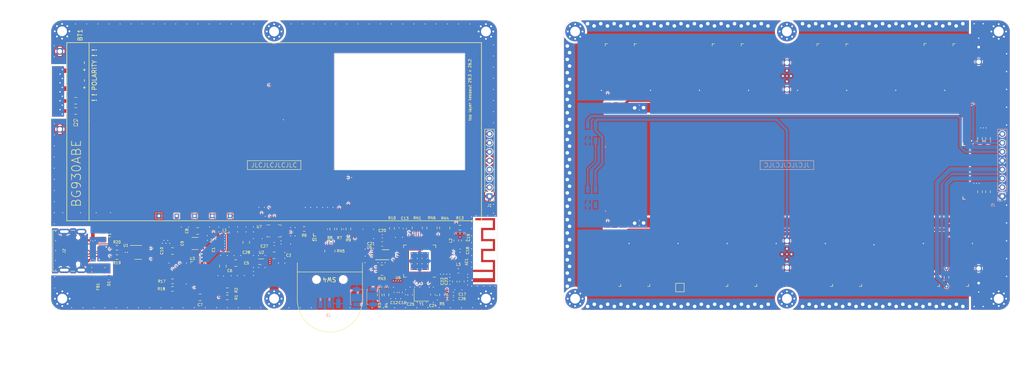
<source format=kicad_pcb>
(kicad_pcb (version 20210606) (generator pcbnew)
  (layers (0 "F.Cu" signal) (1 "In1.Cu" signal) (2 "In2.Cu" signal) (31 "B.Cu" signal) (34 "B.Paste" user) (35 "F.Paste" user) (36 "B.SilkS" user "B.Silkscreen") (37 "F.SilkS" user "F.Silkscreen") (38 "B.Mask" user) (39 "F.Mask" user) (44 "Edge.Cuts" user))
  (net 0 "")
  (net 1 "Net-(AE1-Pad1)")
  (net 2 "GND")
  (net 6 "+BATT")
  (net 8 "EN")
  (net 9 "Net-(C1-Pad1)")
  (net 10 "Net-(C5-Pad1)")
  (net 11 "LX")
  (net 12 "Net-(C7-Pad1)")
  (net 13 "Net-(C8-Pad1)")
  (net 14 "VBUS")
  (net 15 "Net-(C18-Pad2)")
  (net 16 "VDD_SPI")
  (net 17 "XTAL_N")
  (net 18 "XTAL_P")
  (net 19 "radio")
  (net 20 "Net-(RN4-Pad4)")
  (net 21 "GNDPWR")
  (net 22 "Net-(D2-Pad1)")
  (net 23 "LS_WS_LDAT")
  (net 24 "CC1")
  (net 25 "CC2")
  (net 26 "SYS")
  (net 27 "LS_WS_SDAT")
  (net 28 "TX")
  (net 29 "RX")
  (net 30 "ES_LED_NTC")
  (net 31 "ES_LED_PWM")
  (net 32 "ES_WS_SDAT")
  (net 33 "Net-(Q1-Pad1)")
  (net 34 "STAT")
  (net 35 "INOK")
  (net 36 "D-")
  (net 37 "D+")
  (net 38 "DISP_BACKLIGHT")
  (net 39 "DISP_RESET")
  (net 40 "GPIO46")
  (net 41 "GPIO45")
  (net 42 "SCL")
  (net 43 "IMU_INT2")
  (net 44 "SDA")
  (net 45 "IMU_INT1")
  (net 46 "BNT_DIG3")
  (net 47 "BNT_DIG2")
  (net 48 "BNT_DIG1")
  (net 49 "GPIO0")
  (net 50 "DISP_DC")
  (net 51 "Net-(Q2-Pad3)")
  (net 52 "DISP_CLK")
  (net 53 "DISP_DATA")
  (net 54 "Net-(R17-Pad1)")
  (net 56 "ENBST")
  (net 57 "SPID")
  (net 58 "SPIQ")
  (net 59 "SPICLK")
  (net 60 "SPICS0")
  (net 61 "SPIWP")
  (net 62 "SPIHD")
  (net 63 "+3V3")
  (net 64 "Net-(Q1-Pad3)")
  (net 65 "Net-(D10-Pad1)")
  (net 66 "ES_WS_LDAT")
  (net 67 "ES_WS_POWER")
  (net 68 "LS_LED_NTC")
  (net 69 "ITOPOFF")
  (net 70 "LS_LED_PWM")
  (net 71 "LS_WS_POWER")
  (net 72 "Net-(Q3-Pad3)")
  (net 73 "Net-(R2-Pad1)")
  (net 74 "Net-(R6-Pad2)")
  (net 75 "Net-(RN5-Pad5)")
  (net 76 "DISP_CS")
  (net 77 "Net-(RN3-Pad2)")
  (net 78 "Net-(RN3-Pad3)")
  (net 79 "Net-(RN3-Pad4)")
  (net 80 "Net-(RN5-Pad6)")
  (net 81 "Net-(RN5-Pad7)")
  (net 82 "Net-(RN5-Pad8)")
  (net 83 "Net-(D20-Pad3)")
  (net 84 "Net-(D20-Pad1)")
  (net 85 "Net-(RN6-Pad6)")
  (net 86 "Net-(RN6-Pad7)")
  (net 87 "Net-(RN6-Pad8)")
  (net 88 "Net-(RN3-Pad1)")
  (net 89 "Net-(R10-Pad1)")
  (net 90 "Net-(RN4-Pad1)")
  (net 91 "Net-(RN4-Pad2)")
  (net 92 "Net-(RN4-Pad3)")
  (net 93 "Net-(RN6-Pad5)")
  (net 94 "WS_GNDBUS")
  (net 95 "Net-(D21-Pad1)")
  (net 96 "Net-(D22-Pad1)")
  (net 97 "Net-(D23-Pad1)")
  (net 98 "Net-(D24-Pad1)")
  (net 99 "Net-(D25-Pad1)")
  (net 100 "Net-(D26-Pad1)")
  (net 101 "Net-(D27-Pad1)")
  (net 102 "Net-(D28-Pad1)")
  (net 103 "Net-(D29-Pad1)")
  (net 104 "Net-(D30-Pad1)")
  (net 105 "Net-(D31-Pad1)")
  (net 106 "Net-(D32-Pad1)")
  (net 108 "Net-(R18-Pad1)")
  (net 109 "U_N")
  (net 110 "U_P")
  (net 111 "Net-(D34-Pad1)")
  (net 125 "CHG_Supply")
  (footprint "Capacitor_SMD:C_0402_1005Metric" (layer "F.Cu") (at 129.95 127.55)
    (fp_text reference "C26")
    (fp_text value "100nF")
  )
  (footprint "Capacitor_SMD:C_0402_1005Metric" (layer "F.Cu") (at 89.75 115.25 180)
    (fp_text reference "C27")
    (fp_text value "100nF")
  )
  (footprint "Capacitor_SMD:C_0402_1005Metric" (layer "F.Cu") (at 129.95 126.45 180)
    (fp_text reference "C17")
    (fp_text value "100nF")
  )
  (footprint "Capacitor_SMD:C_0805_2012Metric" (layer "F.Cu") (at 73.15 127.25 180)
    (fp_text reference "C7")
    (fp_text value "2.2µF")
  )
  (footprint "Capacitor_SMD:C_0603_1608Metric" (layer "F.Cu") (at 76.15 114.2 -90)
    (fp_text reference "C1")
    (fp_text value "100nF")
  )
  (footprint "Capacitor_SMD:C_0603_1608Metric" (layer "F.Cu") (at 131.85 123.7 90)
    (fp_text reference "C23")
    (fp_text value "10µF")
  )
  (footprint "Capacitor_SMD:C_0402_1005Metric" (layer "F.Cu") (at 118.15 126.15 90)
    (fp_text reference "C16")
    (fp_text value "100nF")
  )
  (footprint "Capacitor_SMD:C_0603_1608Metric" (layer "F.Cu") (at 130.25 123.7 90)
    (fp_text reference "C22")
    (fp_text value "10µF")
  )
  (footprint "Capacitor_SMD:C_0402_1005Metric" (layer "F.Cu") (at 117 126.15 90)
    (fp_text reference "C12")
    (fp_text value "100nF")
  )
  (footprint "Capacitor_SMD:C_0805_2012Metric" (layer "F.Cu") (at 81.15 119.55)
    (fp_text reference "C5")
    (fp_text value "2.2µF")
  )
  (footprint "Capacitor_SMD:C_0805_2012Metric" (layer "F.Cu") (at 66.95 116.85)
    (fp_text reference "C10")
    (fp_text value "1µF")
  )
  (footprint "Capacitor_SMD:C_0805_2012Metric" (layer "F.Cu") (at 78.25 120.25 -90)
    (fp_text reference "C6")
    (fp_text value "10µF")
  )
  (footprint "Capacitor_SMD:C_0805_2012Metric" (layer "F.Cu") (at 72.6 112.35)
    (fp_text reference "C8")
    (fp_text value "10µF")
  )
  (footprint "Capacitor_SMD:C_0805_2012Metric" (layer "F.Cu") (at 89.75 117.8 180)
    (fp_text reference "C2")
    (fp_text value "10µF")
  )
  (footprint "Capacitor_SMD:C_1210_3225Metric" (layer "F.Cu") (at 72 115.15)
    (fp_text reference "C9")
    (fp_text value "22µF")
  )
  (footprint "Capacitor_SMD:C_0805_2012Metric" (layer "F.Cu") (at 45.25 85.4)
    (fp_text reference "C3")
    (fp_text value "10µF")
  )
  (footprint "Capacitor_SMD:C_0805_2012Metric" (layer "F.Cu") (at 45.25 83.1)
    (fp_text reference "C4")
    (fp_text value "10µF")
  )
  (footprint "Capacitor_SMD:C_0402_1005Metric" (layer "F.Cu") (at 114 113.55)
    (fp_text reference "C20")
    (fp_text value "100nF")
  )
  (footprint "Capacitor_SMD:C_0603_1608Metric" (layer "F.Cu") (at 114 115.25)
    (fp_text reference "C21")
    (fp_text value "1µF")
  )
  (footprint "Capacitor_SMD:C_0603_1608Metric" (layer "F.Cu") (at 125.35 126.65 -90)
    (fp_text reference "C24")
    (fp_text value "10pF")
  )
  (footprint "Capacitor_SMD:C_0603_1608Metric" (layer "F.Cu") (at 120.25 126.7 -90)
    (fp_text reference "C25")
    (fp_text value "10pF")
  )
  (footprint "Capacitor_SMD:C_0402_1005Metric" (layer "F.Cu") (at 131.45 116.75 180)
    (fp_text reference "C18")
    (fp_text value "100nF")
  )
  (footprint "Capacitor_SMD:C_0603_1608Metric" (layer "F.Cu") (at 132.3 114.5 90)
    (fp_text reference "C19")
    (fp_text value "10µF")
  )
  (footprint "Capacitor_SMD:C_0402_1005Metric" (layer "F.Cu") (at 119.05 111.8 -90)
    (fp_text reference "C13")
    (fp_text value "100nF")
  )
  (footprint "MountingHole:MountingHole_2.2mm_M2_Pad_Via" (layer "F.Cu") (at 42.25 127.55)
    (fp_text reference "H5" hide)
    (fp_text value "MountingHole_Pad")
  )
  (footprint "MountingHole:MountingHole_2.2mm_M2_Pad_Via" (layer "F.Cu") (at 89.75 67.55)
    (fp_text reference "H6" hide)
    (fp_text value "MountingHole_Pad")
  )
  (footprint "MountingHole:MountingHole_2.2mm_M2_Pad_Via" (layer "F.Cu") (at 42.2 67.5)
    (fp_text reference "H4" hide)
    (fp_text value "MountingHole_Pad")
  )
  (footprint "MountingHole:MountingHole_2.2mm_M2_Pad_Via" (layer "F.Cu") (at 137.25 67.55)
    (fp_text reference "H3" hide)
    (fp_text value "MountingHole_Pad")
  )
  (footprint "MountingHole:MountingHole_2.2mm_M2_Pad_Via" (layer "F.Cu") (at 137.25 127.55)
    (fp_text reference "H2" hide)
    (fp_text value "MountingHole_Pad")
  )
  (footprint "MountingHole:MountingHole_2.2mm_M2_Pad_Via" (layer "F.Cu") (at 89.75 127.55)
    (fp_text reference "H1" hide)
    (fp_text value "MountingHole_Pad")
  )
  (footprint "Inductor_SMD:L_0603_1608Metric" (layer "F.Cu") (at 131.05 121.3 180)
    (fp_text reference "L3")
    (fp_text value "1µH")
  )
  (footprint "Inductor_SMD:L_Wuerth_MAPI-4030" (layer "F.Cu") (at 79.3 114.9 180)
    (fp_text reference "L1")
    (fp_text value "1µH")
  )
  (footprint "Inductor_SMD:L_0603_1608Metric" (layer "F.Cu") (at 130.6 114.5 -90)
    (fp_text reference "L2")
    (fp_text value "1µH")
  )
  (footprint "lt_foots:JLC-SERIAL" (layer "F.Cu") (at 89.75 97.55 180)
    (fp_text reference "logo5" hide)
    (fp_text value "logo_JLC")
  )
  (footprint "lt_foots:U-DFN2020-6 (Type F)" (layer "F.Cu") (at 245.65 91.6)
    (fp_text reference "Q2" hide)
    (fp_text value "DMN2022-UFDF7")
  )
  (footprint "lt_foots:U-DFN2020-6 (Type F)" (layer "F.Cu") (at 100 111.95)
    (fp_text reference "Q1")
    (fp_text value "DMN2022-UFDF7")
  )
  (footprint "Resistor_SMD:R_0603_1608Metric" (layer "F.Cu") (at 127.4 126.7 90)
    (fp_text reference "R5")
    (fp_text value "10kΩ")
  )
  (footprint "Resistor_SMD:R_0603_1608Metric" (layer "F.Cu") (at 248.05 91.55 -90)
    (fp_text reference "R12" hide)
    (fp_text value "1MΩ")
  )
  (footprint "Resistor_SMD:R_0603_1608Metric" (layer "F.Cu") (at 79.25 127.25 180)
    (fp_text reference "R1")
    (fp_text value "10KΩ(150mA_TO) ")
  )
  (footprint "Resistor_SMD:R_0603_1608Metric" (layer "F.Cu") (at 79.25 125.65)
    (fp_text reference "R2")
    (fp_text value "10KΩ(1.5A_FC)")
  )
  (footprint "Resistor_SMD:R_0603_1608Metric" (layer "F.Cu") (at 104.35 111.9 -90)
    (fp_text reference "R7")
    (fp_text value "1kΩ")
  )
  (footprint "Resistor_SMD:R_0603_1608Metric" (layer "F.Cu") (at 102.8 111.9 -90)
    (fp_text reference "R8")
    (fp_text value "1MΩ")
  )
  (footprint "Resistor_SMD:R_0603_1608Metric" (layer "F.Cu") (at 106.4 111.9 90)
    (fp_text reference "R9")
    (fp_text value "1kΩ")
  )
  (footprint "Resistor_SMD:R_0603_1608Metric" (layer "F.Cu") (at 113.45 126.7 90)
    (fp_text reference "R3")
    (fp_text value "10kΩ")
  )
  (footprint "Resistor_SMD:R_0603_1608Metric" (layer "F.Cu") (at 114.95 126.7 90)
    (fp_text reference "R4")
    (fp_text value "10kΩ")
  )
  (footprint "lt_foots:R_Array_Concave_4x0402" (layer "F.Cu") (at 121.85 111.65 90)
    (fp_text reference "RN1")
    (fp_text value "10KΩ")
  )
  (footprint "Package_LGA:Bosch_LGA-14_3x2.5mm_P0.5mm" (layer "F.Cu") (at 89.75 112.3375)
    (fp_text reference "U7")
    (fp_text value "LSM6DS3")
  )
  (footprint "lt_foots:QFN-56-1EP_7x7mm_P0.4mm_EP5.6x5.6mm_ThermalVias" (layer "F.Cu") (at 122.4 119.1 180)
    (fp_text reference "U6")
    (fp_text value "ESP32-S2")
  )
  (footprint "lt_foots:max77751" (layer "F.Cu") (at 73.15 121.3)
    (fp_text reference "U3")
    (fp_text value "MAX77751")
  )
  (footprint "Package_DFN_QFN:DFN-8-1EP_3x2mm_P0.5mm_EP1.75x1.45mm" (layer "F.Cu") (at 114 117.6875)
    (fp_text reference "U5")
    (fp_text value "AT25xxx-MA")
  )
  (footprint "Package_DFN_QFN:UDFN-4-1EP_1x1mm_P0.65mm_EP0.48x0.48mm" (layer "F.Cu") (at 86.85 119.25 180)
    (fp_text reference "U2")
    (fp_text value "NCP167-XDFN4")
  )
  (footprint "Crystal:Crystal_SMD_2520-4Pin_2.5x2.0mm" (layer "F.Cu") (at 122.8 126.7)
    (fp_text reference "Y1")
    (fp_text value "40MHz")
  )
  (footprint "lt_foots:plated_hole_1mm" (layer "F.Cu") (at 204.75 114.55)
    (fp_text reference "H14" hide)
    (fp_text value "thole2")
  )
  (footprint "Resistor_SMD:R_0603_1608Metric" (layer "F.Cu") (at 96.5 111.9 180)
    (fp_text reference "R6")
    (fp_text value "14Ω")
  )
  (footprint "lt_foots:LED_Cree-J-Series" (layer "F.Cu") (at 172.25 123.05 90)
    (fp_text reference "D4" hide)
    (fp_text value "LED")
  )
  (footprint "MountingHole:MountingHole_2.2mm_M2_Pad_Via" (layer "F.Cu") (at 157.25 67.55)
    (fp_text reference "H10" hide)
    (fp_text value "MountingHole_Pad")
  )
  (footprint "TestPoint:TestPoint_Pad_1.5x1.5mm" (layer "F.Cu") (at 180.75 125.05)
    (fp_text reference "TP5" hide)
    (fp_text value "TestPoint")
  )
  (footprint "MountingHole:MountingHole_2.2mm_M2_Pad_Via" (layer "F.Cu") (at 157.25 127.55)
    (fp_text reference "H9" hide)
    (fp_text value "MountingHole_Pad")
  )
  (footprint "lt_foots:plated_hole_1mm" (layer "F.Cu") (at 247.75 120.75)
    (fp_text reference "H19" hide)
    (fp_text value "thole7" hide)
  )
  (footprint "lt_foots:LOGO_cc-by-nc-sa" (layer "F.Cu") (at 251.5 115.7 90)
    (fp_text reference "G***" hide)
    (fp_text value "LOGO" hide)
  )
  (footprint "lt_foots:plated_hole_1mm" (layer "F.Cu") (at 41.7 72)
    (fp_text reference "H17" hide)
    (fp_text value "thole5" hide)
  )
  (footprint "lt_foots:plated_hole_1mm" (layer "F.Cu") (at 41.7 89.5)
    (fp_text reference "H18" hide)
    (fp_text value "thole6" hide)
  )
  (footprint "lt_foots:LED_SK6812MINI" (layer "F.Cu") (at 177.25 112.05 180)
    (fp_text reference "D27" hide)
    (fp_text value "SK6812MINI")
  )
  (footprint "lt_foots:LED_Cree-J-Series" (layer "F.Cu") (at 165.75 123.05 90)
    (fp_text reference "D10" hide)
    (fp_text value "LED")
  )
  (footprint "Connector_PinHeader_2.00mm:PinHeader_1x08_P2.00mm_Vertical" (layer "F.Cu") (at 138.05 104.55 180)
    (fp_text reference "J1")
    (fp_text value "Conn_01x08_Female")
  )
  (footprint "lt_foots:LED_Cree-J-Series" (layer "F.Cu") (at 243.75 72.05 -90)
    (fp_text reference "D7" hide)
    (fp_text value "LED")
  )
  (footprint "lt_foots:LED_SK6812MINI" (layer "F.Cu") (at 199.25 112.05 180)
    (fp_text reference "D29" hide)
    (fp_text value "SK6812MINI")
  )
  (footprint "lt_foots:plated_hole_1mm" (layer "F.Cu") (at 247.75 74.35)
    (fp_text reference "H20" hide)
    (fp_text value "thole8" hide)
  )
  (footprint "lt_foots:R_Array_Concave_4x0402" (layer "F.Cu") (at 125.15 111.65 -90)
    (fp_text reference "RN6")
    (fp_text value "0Ω")
  )
  (footprint "lt_foots:ROTARY_ENCODER_SIQ_02FVS" (layer "F.Cu") (at 102.25 123.25 180)
    (fp_text reference "SW4")
    (fp_text value "RotaryEncoder_Switch_mitsumi_siq02fvs")
  )
  (footprint "Capacitor_SMD:C_0805_2012Metric" (layer "F.Cu") (at 83.5 114.9 -90)
    (fp_text reference "C28")
    (fp_text value "10µF")
  )
  (footprint "Resistor_SMD:R_0805_2012Metric_Pad1.20x1.40mm_HandSolder" (layer "F.Cu") (at 51.35 113.3 90)
    (fp_text reference "F1")
    (fp_text value "Polyfuse_Small")
  )
  (footprint "Resistor_SMD:R_0603_1608Metric" (layer "F.Cu") (at 249.85 91.55 90)
    (fp_text reference "R11" hide)
    (fp_text value "1kΩ")
  )
  (footprint "Resistor_SMD:R_0603_1608Metric" (layer "F.Cu") (at 116.1875 111.75 90)
    (fp_text reference "R10")
    (fp_text value "1KΩ")
  )
  (footprint "Connector_USB:USB_C_Receptacle_JAE_DX07S016JA1R1500" (layer "F.Cu") (at 43.835 116.8 -90)
    (fp_text reference "J2")
    (fp_text value "USB_C_Receptacle_USB2.0")
  )
  (footprint "lt_foots:plated_hole_1mm" (layer "F.Cu") (at 204.75 80.55)
    (fp_text reference "H16" hide)
    (fp_text value "thole4" hide)
  )
  (footprint "lt_foots:LED_Cree-J-Series" (layer "F.Cu") (at 219.75 72.05 -90)
    (fp_text reference "D8" hide)
    (fp_text value "LED")
  )
  (footprint "lt_foots:LED_Cree-J-Series" (layer "F.Cu") (at 237.25 72 -90)
    (fp_text reference "D17" hide)
    (fp_text value "LED")
  )
  (footprint "lt_foots:LED_SK6812MINI" (layer "F.Cu") (at 243.25 112.05 180)
    (fp_text reference "D33" hide)
    (fp_text value "SK6812MINI")
  )
  (footprint "lt_foots:LED_SK6812MINI" (layer "F.Cu") (at 177.25 83.05)
    (fp_text reference "D24" hide)
    (fp_text value "SK6812MINI")
  )
  (footprint "Package_TO_SOT_SMD:SOT-23-6" (layer "F.Cu") (at 59.25 117.15)
    (fp_text reference "U1")
    (fp_text value "USBLC6-4SC6")
  )
  (footprint "lt_foots:LED_Cree-J-Series" (layer "F.Cu") (at 219.75 123.05 90)
    (fp_text reference "D15" hide)
    (fp_text value "LED")
  )
  (footprint "lt_foots:LED_SK6812MINI" (layer "F.Cu") (at 221.25 112.05 180)
    (fp_text reference "D31" hide)
    (fp_text value "SK6812MINI")
  )
  (footprint "lt_foots:LED_Cree-J-Series" (layer "F.Cu") (at 172.25 72.05 -90)
    (fp_text reference "D18" hide)
    (fp_text value "LED")
  )
  (footprint "lt_foots:LED_Cree-J-Series" (layer "F.Cu") (at 237.25 123.05 90)
    (fp_text reference "D9" hide)
    (fp_text value "LED")
  )
  (footprint "lt_foots:LED_SK6812MINI" (layer "F.Cu") (at 221.25 83.05)
    (fp_text reference "D20" hide)
    (fp_text value "SK6812MINI")
  )
  (footprint "lt_foots:R_Array_Concave_4x0402" (layer "F.Cu") (at 113.9 121.15 180)
    (fp_text reference "RN3")
    (fp_text value "0Ω")
  )
  (footprint "Resistor_SMD:R_0805_2012Metric_Pad1.20x1.40mm_HandSolder" (layer "F.Cu") (at 50.25 122.05 90)
    (fp_text reference "FB1")
    (fp_text value "FerriteBead_Small")
  )
  (footprint "Resistor_SMD:R_0603_1608Metric" (layer "F.Cu") (at 54.5 118.2 180)
    (fp_text reference "R19")
    (fp_text value "22Ω")
  )
  (footprint "Diode_SMD:D_0402_1005Metric_Pad0.77x0.64mm_HandSolder" (layer "F.Cu") (at 52.7 122.05 90)
    (fp_text reference "D1")
    (fp_text value "ESD9B5.0ST5G")
  )
  (footprint "Resistor_SMD:R_0603_1608Metric" (layer "F.Cu") (at 54.5 116.1 180)
    (fp_text reference "R20")
    (fp_text value "22Ω")
  )
  (footprint "lt_foots:LED_SK6812MINI" (layer "F.Cu") (at 188.25 112.05 180)
    (fp_text reference "D28" hide)
    (fp_text value "SK6812MINI")
  )
  (footprint "lt_foots:LED_SK6812MINI" (layer "F.Cu") (at 199.25 83.05)
    (fp_text reference "D22" hide)
    (fp_text value "SK6812MINI")
  )
  (footprint "Resistor_SMD:R_0603_1608Metric" (layer "F.Cu") (at 66.95 125.35 180)
    (fp_text reference "R18")
    (fp_text value "20kΩ")
  )
  (footprint "lt_foots:plated_hole_1mm" (layer "F.Cu") (at 204.75 74.55)
    (fp_text reference "H15" hide)
    (fp_text value "thole3" hide)
  )
  (footprint "lt_foots:LED_SK6812MINI" (layer "F.Cu") (at 188.25 83.05)
    (fp_text reference "D23" hide)
    (fp_text value "SK6812MINI")
  )
  (footprint "lt_foots:LED_Cree-J-Series" (layer "F.Cu") (at 196.25 123.05 90)
    (fp_text reference "D13" hide)
    (fp_text value "LED")
  )
  (footprint "lt_foots:LED_Cree-J-Series" (layer "F.Cu") (at 189.75 123.05 90)
    (fp_text reference "D11" hide)
    (fp_text value "LED")
  )
  (footprint "lt_foots:LED_SK6812MINI" (layer "F.Cu") (at 166.25 83.05)
    (fp_text reference "D25" hide)
    (fp_text value "SK6812MINI")
  )
  (footprint "lt_foots:LED_Cree-J-Series" (layer "F.Cu") (at 165.75 72.05 -90)
    (fp_text reference "D14" hide)
    (fp_text value "LED")
  )
  (footprint "lt_foots:LOGO_CATLIGHT_4" (layer "F.Cu") (at 204.75 97.55)
    (fp_text reference "logo1" hide)
    (fp_text value "logo-CATLIGHT" hide)
  )
  (footprint "lt_foots:LED_SK6812MINI" (layer "F.Cu") (at 232.25 83.05)
    (fp_text reference "D3" hide)
    (fp_text value "SK6812MINI")
  )
  (footprint "lt_foots:LED_SK6812MINI" (layer "F.Cu") (at 210.25 83.05)
    (fp_text reference "D21" hide)
    (fp_text value "SK6812MINI")
  )
  (footprint "lt_foots:LED_Cree-J-Series" (layer "F.Cu") (at 213.25 72.05 -90)
    (fp_text reference "D16" hide)
    (fp_text value "LED")
  )
  (footprint "lt_foots:plated_hole_1mm" (layer "F.Cu") (at 204.75 120.55)
    (fp_text reference "H13" hide)
    (fp_text value "thole1" hide)
  )
  (footprint "lt_foots:R_Array_Concave_4x0402" (layer "F.Cu") (at 102.25 116.85 -90)
    (fp_text reference "RN5")
    (fp_text value "1kΩ")
  )
  (footprint "Resistor_SMD:R_0603_1608Metric" (layer "F.Cu") (at 249.85 103.55 -90)
    (fp_text reference "R15" hide)
    (fp_text value "1kΩ")
  )
  (footprint "lt_foots:lipo_samsung_BG930ABE_double" (layer "F.Cu") (at 45.25 82.55 90)
    (fp_text reference "BT1")
    (fp_text value "lipo_sams_BG930ABE")
  )
  (footprint "lt_foots:LED_SK6812MINI" (layer "F.Cu") (at 232.25 112.05 180)
    (fp_text reference "D32" hide)
    (fp_text value "SK6812MINI")
  )
  (footprint "lt_foots:LED_Cree-J-Series" (layer "F.Cu") (at 243.75 123.05 90)
    (fp_text reference "D5" hide)
    (fp_text value "LED")
  )
  (footprint "Resistor_SMD:R_0603_1608Metric" (layer "F.Cu") (at 240.55 122.75 -90)
    (fp_text reference "R14" hide)
    (fp_text value "NTC 10 kΩ")
  )
  (footprint "lt_foots:LED_SK6812MINI" (layer "F.Cu") (at 243.25 83.05)
    (fp_text reference "D2" hide)
    (fp_text value "SK6812MINI")
  )
  (footprint "MountingHole:MountingHole_2.2mm_M2_Pad_Via" (layer "F.Cu") (at 204.75 67.55)
    (fp_text reference "H7" hide)
    (fp_text value "MountingHole_Pad")
  )
  (footprint "MountingHole:MountingHole_2.2mm_M2_Pad_Via" (layer "F.Cu") (at 204.75 127.55)
    (fp_text reference "H11" hide)
    (fp_text value "MountingHole_Pad")
  )
  (footprint "MountingHole:MountingHole_2.2mm_M2_Pad_Via" (layer "F.Cu") (at 252.25 67.55 180)
    (fp_text reference "H12" hide)
    (fp_text value "MountingHole_Pad")
  )
  (footprint "Resistor_SMD:R_0603_1608Metric" (layer "F.Cu") (at 248.05 103.55 -90)
    (fp_text reference "R16" hide)
    (fp_text value "1MΩ")
  )
  (footprint "lt_foots:R_Array_Concave_4x0402" (layer "F.Cu") (at 128 111.65 90)
    (fp_text reference "RN4")
    (fp_text value "0Ω")
  )
  (footprint "lt_foots:LED_Cree-J-Series" (layer "F.Cu") (at 189.75 72.05 -90)
    (fp_text reference "D6" hide)
    (fp_text value "LED")
  )
  (footprint "lt_foots:LED_SK6812MINI" (layer "F.Cu") (at 210.25 112.05 180)
    (fp_text reference "D30" hide)
    (fp_text value "SK6812MINI")
  )
  (footprint "lt_foots:LED_Cree-J-Series" (layer "F.Cu") (at 196.25 72.05 -90)
    (fp_text reference "D12" hide)
    (fp_text value "LED")
  )
  (footprint "lt_foots:LED_Cree-J-Series" (layer "F.Cu") (at 213.25 123.05 90)
    (fp_text reference "D19" hide)
    (fp_text value "LED")
  )
  (footprint "Resistor_SMD:R_0603_1608Metric" (layer "F.Cu") (at 66.95 123.65 180)
    (fp_text reference "R17")
    (fp_text value "20kΩ")
  )
  (footprint "lt_foots:LED_SK6812MINI" (layer "F.Cu") (at 166.25 112.05 180)
    (fp_text reference "D26" hide)
    (fp_text value "SK6812MINI")
  )
  (footprint "MountingHole:MountingHole_2.2mm_M2_Pad_Via" (layer "F.Cu") (at 252.25 127.55)
    (fp_text reference "H8" hide)
    (fp_text value "MountingHole_Pad")
  )
  (footprint "Resistor_SMD:R_0603_1608Metric" (layer "F.Cu") (at 131.4 111.6 180)
    (fp_text reference "R13")
    (fp_text value "10 kΩ")
  )
  (footprint "lt_foots:Texas_SWRA117D_2.4GHz_Left" (layer "F.Cu") (at 134.15 121.3 -90)
    (fp_text reference "AE1")
    (fp_text value "Antenna_Shield")
  )
  (footprint "lt_foots:U-DFN2020-6 (Type F)" (layer "F.Cu") (at 245.65 103.65)
    (fp_text reference "Q3" hide)
    (fp_text value "DMN2022-UFDF7")
  )
  (footprint "Button_Switch_SMD:SW_SPST_B3U-1000P" (layer "B.Cu") (at 111.95 127.15 -90)
    (fp_text reference "SW1" hide)
    (fp_text value "BT")
  )
  (footprint "Button_Switch_SMD:SW_SPST_B3U-1000P" (layer "B.Cu") (at 108.25 127.15 90)
    (fp_text reference "SW2" hide)
    (fp_text value "RST")
  )
  (footprint "TestPoint:TestPoint_Pad_1.0x1.0mm" (layer "B.Cu") (at 79.9 108.95)
    (fp_text reference "TP1" hide)
    (fp_text value "3V3+")
  )
  (footprint "TestPoint:TestPoint_Pad_1.0x1.0mm" (layer "B.Cu") (at 71.9 108.95)
    (fp_text reference "TP2" hide)
    (fp_text value "BATT+")
  )
  (footprint "TestPoint:TestPoint_Pad_1.0x1.0mm" (layer "B.Cu") (at 67.9 108.95)
    (fp_text reference "TP3" hide)
    (fp_text value "VBUS+")
  )
  (footprint "TestPoint:TestPoint_Pad_1.0x1.0mm" (layer "B.Cu") (at 63.9 108.95)
    (fp_text reference "TP4" hide)
    (fp_text value "GND")
  )
  (footprint "TestPoint:TestPoint_Pad_1.0x1.0mm" (layer "B.Cu") (at 75.9 108.95)
    (fp_text reference "TP6" hide)
    (fp_text value "VSYS")
  )
  (footprint "lt_foots:LOGO_CATLIGHT_4_small" (layer "B.Cu") (at 49.4 86.85 90)
    (fp_text reference "logo9" hide)
    (fp_text value "logo_CATLIGHT" hide)
  )
  (footprint "lt_foots:LOGO_Tiger_1" (layer "B.Cu") (at 77.3 84.2)
    (fp_text reference "logo12" hide)
    (fp_text value "logo_TIGER" hide)
  )
  (footprint "lt_foots:LED_SK6812MINI" (layer "B.Cu") (at 160.95 104.75 90)
    (fp_text reference "D35" hide)
    (fp_text value "SK6812MINI")
  )
  (footprint "lt_foots:JLC-SERIAL" (layer "B.Cu") (at 204.75 97.55 180)
    (fp_text reference "logo11" hide)
    (fp_text value "logo_JLC")
  )
  (footprint "lt_foots:TFT_1.3inch_spi_12pin_240x240RGB_flat" (layer "B.Cu") (at 103.25 85.65 90)
    (fp_text reference "TFT1" hide)
    (fp_text value "OLED_1.3inch_SPI_14pin")
  )
  (footprint "lt_foots:LED_SK6812MINI" (layer "B.Cu") (at 160.95 90.35 90)
    (fp_text reference "D34" hide)
    (fp_text value "SK6812MINI")
  )
  (footprint "lt_foots:01x03_smd_1mmx2mm_pad" (layer "B.Cu") (at 102.15 128.65 180)
    (fp_text reference "J3")
    (fp_text value "R-T-G")
  )
  (footprint "Connector_PinHeader_2.00mm:PinHeader_1x08_P2.00mm_Vertical" (layer "B.Cu") (at 253.05 104.55)
    (fp_text reference "J5")
    (fp_text value "Conn_01x08_Female")
  )
  (gr_line locked (start 139.75 127.55) (end 139.75 67.55) (layer "Edge.Cuts") (width 0.05))
  (gr_line locked (start 137.25 65.05) (end 42.25 65.05) (layer "Edge.Cuts") (width 0.05))
  (gr_line locked (start 39.75 67.55) (end 39.75 127.55) (layer "Edge.Cuts") (width 0.05))
  (gr_line locked (start 42.25 130.05) (end 137.25 130.05) (layer "Edge.Cuts") (width 0.05))
  (gr_line (start 252.25 65.05) (end 157.25 65.05) (layer "Edge.Cuts") (width 0.05))
  (gr_arc (start 252.25 67.55) (end 254.75 67.55) (angle -90) (layer "Edge.Cuts") (width 0.05))
  (gr_arc (start 252.25 127.55) (end 252.25 130.05) (angle -90) (layer "Edge.Cuts") (width 0.05))
  (gr_line (start 254.75 127.55) (end 254.75 67.55) (layer "Edge.Cuts") (width 0.05))
  (gr_arc (start 42.25 67.55) (end 42.25 65.05) (angle -90) (layer "Edge.Cuts") (width 0.05))
  (gr_arc locked (start 137.25 127.55) (end 137.25 130.05) (angle -90) (layer "Edge.Cuts") (width 0.05))
  (gr_arc (start 157.25 67.55) (end 157.25 65.05) (angle -90) (layer "Edge.Cuts") (width 0.05))
  (gr_rect (start 103.25 72.45) (end 132.55 98.65) (layer "Edge.Cuts") (width 0.1) (fill none))
  (gr_line (start 157.25 130.05) (end 252.25 130.05) (layer "Edge.Cuts") (width 0.05))
  (gr_line (start 154.75 67.55) (end 154.75 127.55) (layer "Edge.Cuts") (width 0.05))
  (gr_arc locked (start 42.25 127.55) (end 39.75 127.55) (angle -90) (layer "Edge.Cuts") (width 0.05))
  (gr_arc (start 157.25 127.55) (end 154.75 127.55) (angle -90) (layer "Edge.Cuts") (width 0.05))
  (gr_arc locked (start 137.25 67.55) (end 139.75 67.55) (angle -90) (layer "Edge.Cuts") (width 0.05))
  (segment (start 131.85 121.3125) (end 131.8375 121.3) (width 0.2) (layer "F.Cu") (net 1))
  (segment (start 131.85 122.925) (end 131.85 121.3125) (width 0.6) (layer "F.Cu") (net 1))
  (segment (start 131.8375 121.3) (end 134.15 121.3) (width 0.3) (layer "F.Cu") (net 1))
  (segment (start 120.325 126) (end 120.25 125.925) (width 0.2) (layer "F.Cu") (net 2))
  (segment (start 121.925 126) (end 120.325 126) (width 0.4) (layer "F.Cu") (net 2))
  (segment (start 89.75 113.35) (end 89.75 114.225) (width 0.25) (layer "F.Cu") (net 2))
  (segment (start 87.6125 111.5875) (end 87.6 111.575) (width 0.25) (layer "F.Cu") (net 2))
  (segment (start 72.95 126.5) (end 72.2 127.25) (width 0.2) (layer "F.Cu") (net 2))
  (segment (start 74.875 120.3) (end 75.6 120.3) (width 0.2) (layer "F.Cu") (net 2))
  (segment (start 88.4875 111.5875) (end 87.6125 111.5875) (width 0.25) (layer "F.Cu") (net 2))
  (segment (start 90.25 115.23) (end 90.23 115.25) (width 0.2) (layer "F.Cu") (net 2))
  (segment (start 133.3 123.4) (end 133.15 123.55) (width 0.25) (layer "F.Cu") (net 2))
  (segment (start 87.6125 112.0875) (end 87.6 112.1) (width 0.25) (layer "F.Cu") (net 2))
  (segment (start 90.25 113.35) (end 90.25 115.23) (width 0.25) (layer "F.Cu") (net 2))
  (segment (start 134.15 123.4) (end 133.3 123.4) (width 0.25) (layer "F.Cu") (net 2))
  (segment (start 76.6 119.3) (end 78.25 119.3) (width 0.2) (layer "F.Cu") (net 2))
  (segment (start 88.4875 112.5875) (end 87.6125 112.5875) (width 0.25) (layer "F.Cu") (net 2))
  (segment (start 125.325 127.4) (end 125.35 127.425) (width 0.2) (layer "F.Cu") (net 2))
  (segment (start 75.6 120.3) (end 76.6 119.3) (width 0.2) (layer "F.Cu") (net 2))
  (segment (start 87.6125 112.5875) (end 87.575 112.55) (width 0.25) (layer "F.Cu") (net 2))
  (segment (start 123.675 127.4) (end 125.325 127.4) (width 0.4) (layer "F.Cu") (net 2))
  (segment (start 88.4875 112.0875) (end 87.6125 112.0875) (width 0.25) (layer "F.Cu") (net 2))
  (segment (start 72.95 123.025) (end 72.95 126.5) (width 0.2) (layer "F.Cu") (net 2))
  (via (at 254 122.55) (size 0.6) (drill 0.3) (layers "F.Cu" "B.Cu") (net 2))
  (via (at 97.95 107.05) (size 0.4) (drill 0.2) (layers "F.Cu" "B.Cu") (net 2))
  (via (at 111.75 129.55) (size 0.4) (drill 0.2) (layers "F.Cu" "B.Cu") (net 2))
  (via (at 123.95 128.35) (size 0.4) (drill 0.2) (layers "F.Cu" "B.Cu") (net 2))
  (via (at 87.75 117.85) (size 0.4) (drill 0.2) (layers "F.Cu" "B.Cu") (net 2))
  (via (at 84.25 129.55) (size 0.4) (drill 0.2) (layers "F.Cu" "B.Cu") (net 2))
  (via (at 40.45 88.25) (size 0.4) (drill 0.2) (layers "F.Cu" "B.Cu") (net 2))
  (via (at 110.15 119.45) (size 0.4) (drill 0.2) (layers "F.Cu" "B.Cu") (net 2))
  (via (at 114.25 129.55) (size 0.4) (drill 0.2) (layers "F.Cu" "B.Cu") (net 2))
  (via (at 131.85 125.55) (size 0.4) (drill 0.2) (layers "F.Cu" "B.Cu") (net 2))
  (via (at 53.05 108.25) (size 0.4) (drill 0.2) (layers "F.Cu" "B.Cu") (net 2))
  (via (at 91.3 115.25) (size 0.4) (drill 0.2) (layers "F.Cu" "B.Cu") (net 2))
  (via (at 50.2 65.85) (size 0.4) (drill 0.2) (layers "F.Cu" "B.Cu") (net 2))
  (via (at 124.25 129.55) (size 0.4) (drill 0.2) (layers "F.Cu" "B.Cu") (net 2))
  (via (at 99.35 107.05) (size 0.4) (drill 0.2) (layers "F.Cu" "B.Cu") (net 2))
  (via (at 94.45 113.45) (size 0.4) (drill 0.2) (layers "F.Cu" "B.Cu") (net 2))
  (via (at 55.2 65.85) (size 0.4) (drill 0.2) (layers "F.Cu" "B.Cu") (net 2))
  (via (at 122.4 124.95) (size 0.4) (drill 0.2) (layers "F.Cu" "B.Cu") (net 2))
  (via (at 130.25 125.55) (size 0.4) (drill 0.2) (layers "F.Cu" "B.Cu") (net 2))
  (via (at 119.45 128.35) (size 0.4) (drill 0.2) (layers "F.Cu" "B.Cu") (net 2))
  (via (at 138.15 124.75) (size 0.4) (drill 0.2) (layers "F.Cu" "B.Cu") (net 2))
  (via (at 52.7 65.85) (size 0.4) (drill 0.2) (layers "F.Cu" "B.Cu") (net 2))
  (via (at 85.1 114.05) (size 0.4) (drill 0.2) (layers "F.Cu" "B.Cu") (net 2))
  (via (at 248.75 65.8) (size 0.6) (drill 0.3) (layers "F.Cu" "B.Cu") (net 2))
  (via (at 116.1 65.85) (size 0.4) (drill 0.2) (layers "F.Cu" "B.Cu") (net 2))
  (via (at 79.65 112.55) (size 0.4) (drill 0.2) (layers "F.Cu" "B.Cu") (net 2))
  (via (at 44.35 129.55) (size 0.4) (drill 0.2) (layers "F.Cu" "B.Cu") (net 2))
  (via (at 133.15 124.45) (size 0.4) (drill 0.2) (layers "F.Cu" "B.Cu") (net 2))
  (via (at 95.6 129.55) (size 0.4) (drill 0.2) (layers "F.Cu" "B.Cu") (net 2))
  (via (at 85.1 112.55) (size 0.4) (drill 0.2) (layers "F.Cu" "B.Cu") (net 2))
  (via (at 134.05 113.45) (size 0.4) (drill 0.2) (layers "F.Cu" "B.Cu") (net 2))
  (via (at 133.15 123.55) (size 0.4) (drill 0.2) (layers "F.Cu" "B.Cu") (net 2))
  (via (at 138.95 75.55) (size 0.4) (drill 0.2) (layers "F.Cu" "B.Cu") (net 2))
  (via (at 121.1 65.85) (size 0.4) (drill 0.2) (layers "F.Cu" "B.Cu") (net 2))
  (via (at 87.75 120.55) (size 0.4) (drill 0.2) (layers "F.Cu" "B.Cu") (net 2))
  (via (at 74.75 114.45) (size 0.4) (drill 0.2) (layers "F.Cu" "B.Cu") (net 2))
  (via (at 82.7 65.85) (size 0.4) (drill 0.2) (layers "F.Cu" "B.Cu") (net 2))
  (via (at 129.25 129.55) (size 0.4) (drill 0.2) (layers "F.Cu" "B.Cu") (net 2))
  (via (at 126.25 126.85) (size 0.4) (drill 0.2) (layers "F.Cu" "B.Cu") (net 2))
  (via (at 109.65 111.95) (size 0.4) (drill 0.2) (layers "F.Cu" "B.Cu") (net 2))
  (via (at 117.75 111.65) (size 0.4) (drill 0.2) (layers "F.Cu" "B.Cu") (net 2))
  (via (at 40.45 108.25) (size 0.4) (drill 0.2) (layers "F.Cu" "B.Cu") (net 2))
  (via (at 247.85 101.65) (size 0.4) (drill 0.2) (layers "F.Cu" "B.Cu") (net 2))
  (via (at 59.35 129.55) (size 0.4) (drill 0.2) (layers "F.Cu" "B.Cu") (net 2))
  (via (at 121.25 124.95) (size 0.4) (drill 0.2) (layers "F.Cu" "B.Cu") (net 2))
  (via (at 46.85 129.55) (size 0.4) (drill 0.2) (layers "F.Cu" "B.Cu") (net 2))
  (via (at 126.1 65.85) (size 0.4) (drill 0.2) (layers "F.Cu" "B.Cu") (net 2))
  (via (at 81.55 111.45) (size 0.4) (drill 0.2) (layers "F.Cu" "B.Cu") (net 2))
  (via (at 40.45 93.25) (size 0.4) (drill 0.2) (layers "F.Cu" "B.Cu") (net 2))
  (via (at 129.15 122.05) (size 0.4) (drill 0.2) (layers "F.Cu" "B.Cu") (net 2))
  (via (at 40.45 100.75) (size 0.4) (drill 0.2) (layers "F.Cu" "B.Cu") (net 2))
  (via (at 101.75 111.95) (size 0.4) (drill 0.2) (layers "F.Cu" "B.Cu") (net 2))
  (via (at 76.85 129.55) (size 0.4) (drill 0.2) (layers "F.Cu" "B.Cu") (net 2))
  (via (at 125.45 124.95) (size 0.4) (drill 0.2) (layers "F.Cu" "B.Cu") (net 2))
  (via (at 92.15 118.45) (size 0.4) (drill 0.2) (layers "F.Cu" "B.Cu") (net 2))
  (via (at 78.425 122.475) (size 0.4) (drill 0.2) (layers "F.Cu" "B.Cu") (net 2))
  (via (at 115.9 127.55) (size 0.4) (drill 0.2) (layers "F.Cu" "B.Cu") (net 2))
  (via (at 65.9 114.475) (size 0.4) (drill 0.2) (layers "F.Cu" "B.Cu") (net 2))
  (via (at 47.7 65.85) (size 0.4) (drill 0.2) (layers "F.Cu" "B.Cu") (net 2))
  (via (at 40.45 70.75) (size 0.4) (drill 0.2) (layers "F.Cu" "B.Cu") (net 2))
  (via (at 91.825 87.35) (size 0.4) (drill 0.2) (layers "F.Cu" "B.Cu") (net 2))
  (via (at 79.65 111.45) (size 0.4) (drill 0.2) (layers "F.Cu" "B.Cu") (net 2))
  (via (at 136.75 124.75) (size 0.4) (drill 0.2) (layers "F.Cu" "B.Cu") (net 2))
  (via (at 135.35 124.75) (size 0.4) (drill 0.2) (layers "F.Cu" "B.Cu") (net 2))
  (via (at 101.75 107.05) (size 0.4) (drill 0.2) (layers "F.Cu" "B.Cu") (net 2))
  (via (at 121.85 128.35) (size 0.4) (drill 0.2) (layers "F.Cu" "B.Cu") (net 2))
  (via (at 129.15 122.75) (size 0.4) (drill 0.2) (layers "F.Cu" "B.Cu") (net 2))
  (via (at 106.75 129.55) (size 0.4) (drill 0.2) (layers "F.Cu" "B.Cu") (net 2))
  (via (at 123.6 65.85) (size 0.4) (drill 0.2) (layers "F.Cu" "B.Cu") (net 2))
  (via (at 139.35 108.95) (size 0.4) (drill 0.2) (layers "F.Cu" "B.Cu") (net 2))
  (via (at 93.1 129.55) (size 0.4) (drill 0.2) (layers "F.Cu" "B.Cu") (net 2))
  (via (at 93.6 65.85) (size 0.4) (drill 0.2) (layers "F.Cu" "B.Cu") (net 2))
  (via (at 133.15 122.75) (size 0.4) (drill 0.2) (layers "F.Cu" "B.Cu") (net 2))
  (via (at 247.75 71.05) (size 1) (drill 0.6) (layers "F.Cu" "B.Cu") (net 2))
  (via (at 86.25 117.85) (size 0.4) (drill 0.2) (layers "F.Cu" "B.Cu") (net 2))
  (via (at 40.45 110.75) (size 0.4) (drill 0.2) (layers "F.Cu" "B.Cu") (net 2))
  (via (at 128.6 65.85) (size 0.4) (drill 0.2) (layers "F.Cu" "B.Cu") (net 2))
  (via (at 249.4 89.2) (size 0.4) (drill 0.2) (layers "F.Cu" "B.Cu") (net 2))
  (via (at 247.75 69.05) (size 0.6) (drill 0.3) (layers "F.Cu" "B.Cu") (net 2))
  (via (at 119.25 126.65) (size 0.4) (drill 0.2) (layers "F.Cu" "B.Cu") (net 2))
  (via (at 105.35 111.95) (size 0.4) (drill 0.2) (layers "F.Cu" "B.Cu") (net 2))
  (via (at 52.1 115.95) (size 0.6) (drill 0.3) (layers "F.Cu" "B.Cu") (net 2))
  (via (at 66.35 115.125) (size 0.4) (drill 0.2) (layers "F.Cu" "B.Cu") (net 2))
  (via (at 134.05 111.75) (size 0.4) (drill 0.2) (layers "F.Cu" "B.Cu") (net 2))
  (via (at 118.55 113.775001) (size 0.4) (drill 0.2) (layers "F.Cu" "B.Cu") (net 2))
  (via (at 246.75 129.3) (size 0.6) (drill 0.3) (layers "F.Cu" "B.Cu") (net 2))
  (via (at 86.35 107.05) (size 0.4) (drill 0.2) (layers "F.Cu" "B.Cu") (net 2))
  (via (at 133.15 122.05) (size 0.4) (drill 0.2) (layers "F.Cu" "B.Cu") (net 2))
  (via (at 70.1 119.55) (size 0.4) (drill 0.2) (layers "F.Cu" "B.Cu") (net 2))
  (via (at 119.25 125.5) (size 0.4) (drill 0.2) (layers "F.Cu" "B.Cu") (net 2))
  (via (at 40.45 73.25) (size 0.4) (drill 0.2) (layers "F.Cu" "B.Cu") (net 2))
  (via (at 138.95 83.05) (size 0.4) (drill 0.2) (layers "F.Cu" "B.Cu") (net 2))
  (via (at 87.55 107.05) (size 0.4) (drill 0.2) (layers "F.Cu" "B.Cu") (net 2))
  (via (at 94.45 111.55) (size 0.4) (drill 0.2) (layers "F.Cu" "B.Cu") (net 2))
  (via (at 121.75 129.55) (size 0.4) (drill 0.2) (layers "F.Cu" "B.Cu") (net 2))
  (via (at 139.35 124.75) (size 0.4) (drill 0.2) (layers "F.Cu" "B.Cu") (net 2))
  (via (at 127.75 122.05) (size 0.4) (drill 0.2) (layers "F.Cu" "B.Cu") (net 2))
  (via (at 50.55 118.75) (size 0.6) (drill 0.3) (layers "F.Cu" "B.Cu") (net 2))
  (via (at 80.2 65.85) (size 0.4) (drill 0.2) (layers "F.Cu" "B.Cu") (net 2))
  (via (at 87.05 114.05) (size 0.4) (drill 0.2) (layers "F.Cu" "B.Cu") (net 2))
  (via (at 74.75 113.4) (size 0.4) (drill 0.2) (layers "F.Cu" "B.Cu") (net 2))
  (via (at 40.55 122.65) (size 0.4) (drill 0.2) (layers "F.Cu" "B.Cu") (net 2))
  (via (at 108.6 65.85) (size 0.4) (drill 0.2) (layers "F.Cu" "B.Cu") (net 2))
  (via (at 247.75 126.05) (size 0.6) (drill 0.3) (layers "F.Cu" "B.Cu") (net 2))
  (via (at 138.95 88.05) (size 0.4) (drill 0.2) (layers "F.Cu" "B.Cu") (net 2))
  (via (at 83.45 111.45) (size 0.4) (drill 0.2) (layers "F.Cu" "B.Cu") (net 2))
  (via (at 85.1 117.85) (size 0.4) (drill 0.2) (layers "F.Cu" "B.Cu") (net 2))
  (via (at 134.05 114.95) (size 0.4) (drill 0.2) (layers "F.Cu" "B.Cu") (net 2))
  (via (at 56.4 117.15) (size 0.4) (drill 0.2) (layers "F.Cu" "B.Cu") (net 2))
  (via (at 77.75 117.85) (size 0.4) (drill 0.2) (layers "F.Cu" "B.Cu") (net 2))
  (via (at 81.55 112.55) (size 0.4) (drill 0.2) (layers "F.Cu" "B.Cu") (net 2))
  (via (at 112.05 111.95) (size 0.4) (drill 0.2) (layers "F.Cu" "B.Cu") (net 2))
  (via (at 93.45 113.45) (size 0.4) (drill 0.2) (layers "F.Cu" "B.Cu") (net 2))
  (via (at 51.85 129.55) (size 0.4) (drill 0.2) (layers "F.Cu" "B.Cu") (net 2))
  (via (at 56.85 129.55) (size 0.4) (drill 0.2) (layers "F.Cu" "B.Cu") (net 2))
  (via (at 134.05 117.85) (size 0.4) (drill 0.2) (layers "F.Cu" "B.Cu") (net 2))
  (via (at 138.95 80.55) (size 0.4) (drill 0.2) (layers "F.Cu" "B.Cu") (net 2))
  (via (at 68.95 111.45) (size 0.4) (drill 0.2) (layers "F.Cu" "B.Cu") (net 2))
  (via (at 248.8 89.2) (size 0.4) (drill 0.2) (layers "F.Cu" "B.Cu") (net 2))
  (via (at 246.65 101.65) (size 0.4) (drill 0.2) (layers "F.Cu" "B.Cu") (net 2))
  (via (at 40.45 95.75) (size 0.4) (drill 0.2) (layers "F.Cu" "B.Cu") (net 2))
  (via (at 134.25 129.55) (size 0.4) (drill 0.2) (layers "F.Cu" "B.Cu") (net 2))
  (via (at 102.95 107.05) (size 0.4) (drill 0.2) (layers "F.Cu" "B.Cu") (net 2))
  (via (at 40.45 103.25) (size 0.4) (drill 0.2) (layers "F.Cu" "B.Cu") (net 2))
  (via (at 83.05 122.35) (size 0.4) (drill 0.2) (layers "F.Cu" "B.Cu") (net 2))
  (via (at 71.85 129.55) (size 0.4) (drill 0.2) (layers "F.Cu" "B.Cu") (net 2))
  (via (at 134.05 116.35) (size 0.4) (drill 0.2) (layers "F.Cu" "B.Cu") (net 2))
  (via (at 49.35 129.55) (size 0.4) (drill 0.2) (layers "F.Cu" "B.Cu") (net 2))
  (via (at 138.95 85.55) (size 0.4) (drill 0.2) (layers "F.Cu" "B.Cu") (net 2))
  (via (at 116.5 125) (size 0.4) (drill 0.2) (layers "F.Cu" "B.Cu") (net 2))
  (via (at 100.65 107.05) (size 0.4) (drill 0.2) (layers "F.Cu" "B.Cu") (net 2))
  (via (at 129.15 124.35) (size 0.4) (drill 0.2) (layers "F.Cu" "B.Cu") (net 2))
  (via (at 134.05 124.75) (size 0.4) (drill 0.2) (layers "F.Cu" "B.Cu") (net 2))
  (via (at 40.55 125.15) (size 0.4) (drill 0.2) (layers "F.Cu" "B.Cu") (net 2))
  (via (at 134.05 109.15) (size 0.4) (drill 0.2) (layers "F.Cu" "B.Cu") (net 2))
  (via (at 254 114.55) (size 0.6) (drill 0.3) (layers "F.Cu" "B.Cu") (net 2))
  (via (at 75.25 111.45) (size 0.4) (drill 0.2) (layers "F.Cu" "B.Cu") (net 2))
  (via (at 81.5 122.375) (size 0.4) (drill 0.2) (layers "F.Cu" "B.Cu") (net 2))
  (via (at 124.55 124.95) (size 0.4) (drill 0.2) (layers "F.Cu" "B.Cu") (net 2))
  (via (at 70.05 124.25) (size 0.4) (drill 0.2) (layers "F.Cu" "B.Cu") (net 2))
  (via (at 66.85 129.55) (size 0.4) (drill 0.2) (layers "F.Cu" "B.Cu") (net 2))
  (via (at 113.05 119.45) (size 0.4) (drill 0.2) (layers "F.Cu" "B.Cu") (net 2))
  (via (at 93.45 111.55) (size 0.4) (drill 0.2) (layers "F.Cu" "B.Cu") (net 2))
  (via (at 118.15 127.55) (size 0.4) (drill 0.2) (layers "F.Cu" "B.Cu") (net 2))
  (via (at 60.2 65.85) (size 0.4) (drill 0.2) (layers "F.Cu" "B.Cu") (net 2))
  (via (at 40.45 90.75) (size 0.4) (drill 0.2) (layers "F.Cu" "B.Cu") (net 2))
  (via (at 93.45 115.25) (size 0.4) (drill 0.2) (layers "F.Cu" "B.Cu") (net 2))
  (via (at 117 127.55) (size 0.4) (drill 0.2) (layers "F.Cu" "B.Cu") (net 2))
  (via (at 92.15 119.55) (size 0.4) (drill 0.2) (layers "F.Cu" "B.Cu") (net 2))
  (via (at 116.75 129.55) (size 0.4) (drill 0.2) (layers "F.Cu" "B.Cu") (net 2))
  (via (at 111.1 65.85) (size 0.4) (drill 0.2) (layers "F.Cu" "B.Cu") (net 2))
  (via (at 64.675 115.1) (size 0.4) (drill 0.2) (layers "F.Cu" "B.Cu") (net 2))
  (via (at 254 84.55) (size 0.6) (drill 0.3) (layers "F.Cu" "B.Cu") (net 2))
  (via (at 254 110.55) (size 0.6) (drill 0.3) (layers "F.Cu" "B.Cu") (net 2))
  (via (at 98.1 129.55) (size 0.4) (drill 0.2) (layers "F.Cu" "B.Cu") (net 2))
  (via (at 86.75 129.55) (size 0.4) (drill 0.2) (layers "F.Cu" "B.Cu") (net 2))
  (via (at 91.3 114.55) (size 0.4) (drill 0.2) (layers "F.Cu" "B.Cu") (net 2))
  (via (at 85.1 120.55) (size 0.4) (drill 0.2) (layers "F.Cu" "B.Cu") (net 2))
  (via (at 85.1 121.45) (size 0.4) (drill 0.2) (layers "F.Cu" "B.Cu") (net 2))
  (via (at 128.45 122.05) (size 0.4) (drill 0.2) (layers "F.Cu" "B.Cu") (net 2))
  (via (at 138.95 73.05) (size 0.4) (drill 0.2) (layers "F.Cu" "B.Cu") (net 2))
  (via (at 69.35 129.55) (size 0.4) (drill 0.2) (layers "F.Cu" "B.Cu") (net 2))
  (via (at 114.65 119.45) (size 0.4) (drill 0.2) (layers "F.Cu" "B.Cu") (net 2))
  (via (at 65.2 65.85) (size 0.4) (drill 0.2) (layers "F.Cu" "B.Cu") (net 2))
  (via (at 80.75 117.85) (size 0.4) (drill 0.2) (layers "F.Cu" "B.Cu") (net 2))
  (via (at 112.05 116.25) (size 0.4) (drill 0.2) (layers "F.Cu" "B.Cu") (net 2))
  (via (at 110.15 116.4) (size 0.4) (drill 0.2) (layers "F.Cu" "B.Cu") (net 2))
  (via (at 40.45 105.75) (size 0.4) (drill 0.2) (layers "F.Cu" "B.Cu") (net 2))
  (via (at 254 76.55) (size 0.6) (drill 0.3) (layers "F.Cu" "B.Cu") (net 2))
  (via (at 96.75 107.05) (size 0.4) (drill 0.2) (layers "F.Cu" "B.Cu") (net 2))
  (via (at 106.1 65.85) (size 0.4) (drill 0.2) (layers "F.Cu" "B.Cu") (net 2))
  (via (at 64.35 129.55) (size 0.4) (drill 0.2) (layers "F.Cu" "B.Cu") (net 2))
  (via (at 138.95 78.05) (size 0.4) (drill 0.2) (layers "F.Cu" "B.Cu") (net 2))
  (via (at 126.75 129.55) (size 0.4) (drill 0.2) (layers "F.Cu" "B.Cu") (net 2))
  (via (at 254 118.55) (size 0.6) (drill 0.3) (layers "F.Cu" "B.Cu") (net 2))
  (via (at 133.6 65.85) (size 0.4) (drill 0.2) (layers "F.Cu" "B.Cu") (net 2))
  (via (at 254 106.55) (size 0.6) (drill 0.3) (layers "F.Cu" "B.Cu") (net 2))
  (via (at 70.2 65.85) (size 0.4) (drill 0.2) (layers "F.Cu" "B.Cu") (net 2))
  (via (at 75.2 65.85) (size 0.4) (drill 0.2) (layers "F.Cu" "B.Cu") (net 2))
  (via (at 119.25 129.55) (size 0.4) (drill 0.2) (layers "F.Cu" "B.Cu") (net 2))
  (via (at 86.25 120.55) (size 0.4) (drill 0.2) (layers "F.Cu" "B.Cu") (net 2))
  (via (at 46.35 108.25) (size 0.4) (drill 0.2) (layers "F.Cu" "B.Cu") (net 2))
  (via (at 80.1 122.4) (size 0.4) (drill 0.2) (layers "F.Cu" "B.Cu") (net 2))
  (via (at 85.1 122.35) (size 0.4) (drill 0.2) (layers "F.Cu" "B.Cu") (net 2))
  (via (at 129.15 123.55) (size 0.4) (drill 0.2) (layers "F.Cu" "B.Cu") (net 2))
  (via (at 131.1 65.85) (size 0.4) (drill 0.2) (layers "F.Cu" "B.Cu") (net 2))
  (via (at 138.95 106.35) (size 0.4) (drill 0.2) (layers "F.Cu" "B.Cu") (net 2))
  (via (at 74.35 129.55) (size 0.4) (drill 0.2) (layers "F.Cu" "B.Cu") (net 2))
  (via (at 247.25 101.65) (size 0.4) (drill 0.2) (layers "F.Cu" "B.Cu") (net 2))
  (via (at 110.15 118) (size 0.4) (drill 0.2) (layers "F.Cu" "B.Cu") (net 2))
  (via (at 131.75 129.55) (size 0.4) (drill 0.2) (layers "F.Cu" "B.Cu") (net 2))
  (via (at 62.7 65.85) (size 0.4) (drill 0.2) (layers "F.Cu" "B.Cu") (net 2))
  (via (at 85.1 111.45) (size 0.4) (drill 0.2) (layers "F.Cu" "B.Cu") (net 2))
  (via (at 61.85 129.55) (size 0.4) (drill 0.2) (layers "F.Cu" "B.Cu") (net 2))
  (via (at 135.05 108.95) (size 0.4) (drill 0.2) (layers "F.Cu" "B.Cu") (net 2))
  (via (at 246.75 65.8) (size 0.6) (drill 0.3) (layers "F.Cu" "B.Cu") (net 2))
  (via (at 134.05 119.35) (size 0.4) (drill 0.2) (layers "F.Cu" "B.Cu") (net 2))
  (via (at 126.35 127.85) (size 0.4) (drill 0.2) (layers "F.Cu" "B.Cu") (net 2))
  (via (at 79.25 117.85) (size 0.4) (drill 0.2) (layers "F.Cu" "B.Cu") (net 2))
  (via (at 72.7 65.85) (size 0.4) (drill 0.2) (layers "F.Cu" "B.Cu") (net 2))
  (via (at 138.95 108.35) (size 0.4) (drill 0.2) (layers "F.Cu" "B.Cu") (net 2))
  (via (at 77.15 122.375) (size 0.4) (drill 0.2) (layers "F.Cu" "B.Cu") (net 2))
  (via (at 83.45 112.55) (size 0.4) (drill 0.2) (layers "F.Cu" "B.Cu") (net 2))
  (via (at 92.15 117.15) (size 0.4) (drill 0.2) (layers "F.Cu" "B.Cu") (net 2))
  (via (at 120.25 124.95) (size 0.4) (drill 0.2) (layers "F.Cu" "B.Cu") (net 2))
  (via (at 98.6 65.85) (size 0.4) (drill 0.2) (layers "F.Cu" "B.Cu") (net 2))
  (via (at 247.75 124.05) (size 1) (drill 0.6) (layers "F.Cu" "B.Cu") (net 2))
  (via (at 82.25 117.85) (size 0.4) (drill 0.2) (layers "F.Cu" "B.Cu") (net 2))
  (via (at 66.2 119.55) (size 0.4) (drill 0.2) (layers "F.Cu" "B.Cu") (net 2))
  (via (at 85.2 65.85) (size 0.4) (drill 0.2) (layers "F.Cu" "B.Cu") (net 2))
  (via (at 254 80.55) (size 0.6) (drill 0.3) (layers "F.Cu" "B.Cu") (net 2))
  (via (at 113.6 65.85) (size 0.4) (drill 0.2) (layers "F.Cu" "B.Cu") (net 2))
  (via (at 248.75 129.3) (size 0.6) (drill 0.3) (layers "F.Cu" "B.Cu") (net 2))
  (via (at 56.85 117.15) (size 0.4) (drill 0.2) (layers "F.Cu" "B.Cu") (net 2))
  (via (at 90.75 119.55) (size 0.4) (drill 0.2) (layers "F.Cu" "B.Cu") (net 2))
  (via (at 127.05 122.05) (size 0.4) (drill 0.2) (layers "F.Cu" "B.Cu") (net 2))
  (via (at 49.85 108.25) (size 0.4) (drill 0.2) (layers "F.Cu" "B.Cu") (net 2))
  (via (at 79.25 129.55) (size 0.4) (drill 0.2) (layers "F.Cu" "B.Cu") (net 2))
  (via (at 116.95 113.775001) (size 0.4) (drill 0.2) (layers "F.Cu" "B.Cu") (net 2))
  (via (at 134.05 120.45) (size 0.4) (drill 0.2) (layers "F.Cu" "B.Cu") (net 2))
  (via (at 103.6 65.85) (size 0.4) (drill 0.2) (layers "F.Cu" "B.Cu") (net 2))
  (via (at 77.35 112.55) (size 0.4) (drill 0.2) (layers "F.Cu" "B.Cu") (net 2))
  (via (at 81.75 129.55) (size 0.4) (drill 0.2) (layers "F.Cu" "B.Cu") (net 2))
  (via (at 63.9 108.95) (size 1) (drill 0.6) (layers "F.Cu" "B.Cu") (net 2))
  (via (at 112.05 114.05) (size 0.4) (drill 0.2) (layers "F.Cu" "B.Cu") (net 2))
  (via (at 125.45 128.35) (size 0.4) (drill 0.2) (layers "F.Cu" "B.Cu") (net 2))
  (via (at 87.75 109.05) (size 0.4) (drill 0.2) (layers "F.Cu" "B.Cu") (net 2))
  (via (at 77.7 65.85) (size 0.4) (drill 0.2) (layers "F.Cu" "B.Cu") (net 2))
  (via (at 70.55 111.45) (size 0.4) (drill 0.2) (layers "F.Cu" "B.Cu") (net 2))
  (via (at 65.05 114.45) (size 0.4) (drill 0.2) (layers "F.Cu" "B.Cu") (net 2))
  (via (at 57.7 65.85) (size 0.4) (drill 0.2) (layers "F.Cu" "B.Cu") (net 2))
  (via (at 96.1 65.85) (size 0.4) (drill 0.2) (layers "F.Cu" "B.Cu") (net 2))
  (via (at 101.1 65.85) (size 0.4) (drill 0.2) (layers "F.Cu" "B.Cu") (net 2))
  (via (at 248.2 89.2) (size 0.4) (drill 0.2) (layers "F.Cu" "B.Cu") (net 2))
  (via (at 254 72.55) (size 0.6) (drill 0.3) (layers "F.Cu" "B.Cu") (net 2))
  (via (at 65.475 115.1) (size 0.4) (drill 0.2) (layers "F.Cu" "B.Cu") (net 2))
  (via (at 54.35 129.55) (size 0.4) (drill 0.2) (layers "F.Cu" "B.Cu") (net 2))
  (via (at 137.65 108.95) (size 0.4) (drill 0.2) (layers "F.Cu" "B.Cu") (net 2))
  (via (at 77.35 111.45) (size 0.4) (drill 0.2) (layers "F.Cu" "B.Cu") (net 2))
  (via (at 138.95 70.55) (size 0.4) (drill 0.2) (layers "F.Cu" "B.Cu") (net 2))
  (via (at 45.2 65.85) (size 0.4) (drill 0.2) (layers "F.Cu" "B.Cu") (net 2))
  (via (at 134.05 110.25) (size 0.4) (drill 0.2) (layers "F.Cu" "B.Cu") (net 2))
  (via (at 40.45 98.25) (size 0.4) (drill 0.2) (layers "F.Cu" "B.Cu") (net 2))
  (via (at 107.15 100.35) (size 0.4) (drill 0.2) (layers "F.Cu" "B.Cu") (net 2))
  (via (at 42.35 108.25) (size 0.4) (drill 0.2) (layers "F.Cu" "B.Cu") (net 2))
  (via (at 67.7 65.85) (size 0.4) (drill 0.2) (layers "F.Cu" "B.Cu") (net 2))
  (via (at 118.6 65.85) (size 0.4) (drill 0.2) (layers "F.Cu" "B.Cu") (net 2))
  (via (at 254 88.55) (size 0.6) (drill 0.3) (layers "F.Cu" "B.Cu") (net 2))
  (via (at 113.85 119.45) (size 0.4) (drill 0.2) (layers "F.Cu" "B.Cu") (net 2))
  (segment (start 75.3 122.5) (end 75 122.2) (width 0.6) (layer "F.Cu") (net 6))
  (segment (start 74.8 122.1) (end 75.5 122.1) (width 0.6) (layer "F.Cu") (net 6))
  (segment (start 76.85 123.7) (end 76.8 123.7) (width 1) (layer "F.Cu") (net 6))
  (segment (start 46.15 80.15) (end 42.25 80.15) (width 0.6) (layer "F.Cu") (net 6))
  (segment (start 46.15 80.6) (end 42.25 80.6) (width 0.6) (layer "F.Cu") (net 6))
  (segment (start 75.8 122.4) (end 75.5 122.1) (width 0.6) (layer "F.Cu") (net 6))
  (segment (start 46.15 76.15) (end 42.25 76.15) (width 0.6) (layer "F.Cu") (net 6))
  (segment (start 44.3 85.4) (end 42.05 85.4) (width 0.8) (layer "F.Cu") (net 6))
  (segment (start 46.15 76.55) (end 42.25 76.55) (width 0.6) (layer "F.Cu") (net 6))
  (segment (start 44.225 83.15) (end 41.975 83.15) (width 0.8) (layer "F.Cu") (net 6))
  (segment (start 89.75 127.2) (end 89.75 124.2) (width 2) (layer "F.Cu") (net 6))
  (segment (start 46.15 76.35) (end 42.25 76.35) (width 0.6) (layer "F.Cu") (net 6))
  (segment (start 89.75 123.7) (end 76.85 123.7) (width 1) (layer "F.Cu") (net 6))
  (segment (start 76.8 123.7) (end 75.5 122.4) (width 1) (layer "F.Cu") (net 6))
  (segment (start 46.15 80.35) (end 42.25 80.35) (width 0.6) (layer "F.Cu") (net 6))
  (via (at 41.75 81.1) (size 0.6) (drill 0.3) (layers "F.Cu" "B.Cu") (net 6))
  (via (at 42.25 86.1) (size 0.6) (drill 0.3) (layers "F.Cu" "B.Cu") (net 6))
  (via (at 204.75 117.55) (size 0.6) (drill 0.3) (layers "F.Cu" "B.Cu") (net 6))
  (via (at 204.75 116.35) (size 0.8) (drill 0.4) (layers "F.Cu" "B.Cu") (net 6))
  (via (at 204.75 118.75) (size 0.8) (drill 0.4) (layers "F.Cu" "B.Cu") (net 6))
  (via (at 42.25 82.1) (size 0.6) (drill 0.3) (layers "F.Cu" "B.Cu") (net 6))
  (via (at 204.75 78.75) (size 0.8) (drill 0.4) (layers "F.Cu" "B.Cu") (net 6))
  (via (at 71.9 108.95) (size 1) (drill 0.6) (layers "F.Cu" "B.Cu") (net 6))
  (via (at 41.75 85.1) (size 0.6) (drill 0.3) (layers "F.Cu" "B.Cu") (net 6))
  (via (at 204.75 77.55) (size 0.6) (drill 0.3) (layers "F.Cu" "B.Cu") (net 6))
  (via (at 203.85 77.55) (size 0.8) (drill 0.4) (layers "F.Cu" "B.Cu") (net 6))
  (via (at 205.65 77.55) (size 0.8) (drill 0.4) (layers "F.Cu" "B.Cu") (net 6))
  (via (at 42.25 78.1) (size 0.6) (drill 0.3) (layers "F.Cu" "B.Cu") (net 6))
  (via (at 41.75 79.1) (size 0.6) (drill 0.3) (layers "F.Cu" "B.Cu") (net 6))
  (via (at 41.75 83.1) (size 0.6) (drill 0.3) (layers "F.Cu" "B.Cu") (net 6))
  (via (at 204.75 76.35) (size 0.8) (drill 0.4) (layers "F.Cu" "B.Cu") (net 6))
  (via (at 205.75 117.55) (size 0.8) (drill 0.4) (layers "F.Cu" "B.Cu") (net 6))
  (via (at 41.75 77.1) (size 0.6) (drill 0.3) (layers "F.Cu" "B.Cu") (net 6))
  (via (at 42.25 84.1) (size 0.6) (drill 0.3) (layers "F.Cu" "B.Cu") (net 6))
  (via (at 42.25 80.1) (size 0.6) (drill 0.3) (layers "F.Cu" "B.Cu") (net 6))
  (via (at 42.25 76.1) (size 0.6) (drill 0.3) (layers "F.Cu" "B.Cu") (net 6))
  (via (at 203.65 117.55) (size 0.8) (drill 0.4) (layers "F.Cu" "B.Cu") (net 6))
  (segment (start 161.825 88.6) (end 161.825 87.655) (width 0.6) (layer "B.Cu") (net 6))
  (segment (start 161.825 89.775) (end 163.32 91.27) (width 0.6) (layer "B.Cu") (net 6))
  (segment (start 161.825 98.785) (end 161.825 103) (width 0.6) (layer "B.Cu") (net 6))
  (segment (start 163.32 91.27) (end 163.32 97.29) (width 0.6) (layer "B.Cu") (net 6))
  (segment (start 161.825 88.6) (end 161.825 89.775) (width 0.6) (layer "B.Cu") (net 6))
  (segment (start 202.4 87.35) (end 204.75 89.7) (width 0.6) (layer "B.Cu") (net 6))
  (segment (start 162.13 87.35) (end 202.4 87.35) (width 0.6) (layer "B.Cu") (net 6))
  (segment (start 161.825 87.655) (end 162.13 87.35) (width 0.6) (layer "B.Cu") (net 6))
  (segment (start 163.32 97.29) (end 161.825 98.785) (width 0.6) (layer "B.Cu") (net 6))
  (segment (start 204.8 117.3) (end 204.75 117.35) (width 0.2) (layer "B.Cu") (net 6))
  (segment (start 204.75 89.7) (end 204.75 114.55) (width 0.6) (layer "B.Cu") (net 6))
  (segment (start 126.55 125.157136) (end 126.55 126.35) (width 0.2) (layer "F.Cu") (net 8))
  (segment (start 127.4 127.2) (end 127.4 127.525) (width 0.2) (layer "F.Cu") (net 8))
  (segment (start 125 123.607136) (end 126.55 125.157136) (width 0.2) (layer "F.Cu") (net 8))
  (segment (start 129.445 127.525) (end 129.47 127.55) (width 0.4) (layer "F.Cu") (net 8))
  (segment (start 125 122.5375) (end 125 123.607136) (width 0.2) (layer "F.Cu") (net 8))
  (segment (start 128.575 127.525) (end 129.445 127.525) (width 0.4) (layer "F.Cu") (net 8))
  (segment (start 126.55 126.35) (end 127.4 127.2) (width 0.2) (layer "F.Cu") (net 8))
  (segment (start 127.4 127.525) (end 128.575 127.525) (width 0.4) (layer "F.Cu") (net 8))
  (via (at 128.575 127.525) (size 0.4) (drill 0.2) (layers "F.Cu" "B.Cu") (net 8))
  (via (at 109.15 128.85) (size 0.4) (drill 0.2) (layers "F.Cu" "B.Cu") (net 8))
  (segment (start 109.15 128.85) (end 108.25 128.85) (width 0.2) (layer "B.Cu") (net 8))
  (segment (start 76.15 112.55) (end 76.15 113.425) (width 0.4) (layer "F.Cu") (net 9))
  (segment (start 70.6 120.3) (end 71.4 120.3) (width 0.2) (layer "F.Cu") (net 9))
  (segment (start 69.3 120.3) (end 71.4 120.3) (width 0.2) (layer "F.Cu") (net 9))
  (segment (start 68.55 119.55) (end 69.3 120.3) (width 0.2) (layer "F.Cu") (net 9))
  (via (at 76.15 112.55) (size 0.4) (drill 0.2) (layers "F.Cu" "B.Cu") (net 9))
  (via (at 68.55 119.55) (size 0.4) (drill 0.2) (layers "F.Cu" "B.Cu") (net 9))
  (segment (start 76.1 120.7) (end 76.6 120.2) (width 0.2) (layer "F.Cu") (net 10))
  (segment (start 76.6 120.2) (end 79.55 120.2) (width 0.2) (layer "F.Cu") (net 10))
  (segment (start 74.9 120.7) (end 76.1 120.7) (width 0.2) (layer "F.Cu") (net 10))
  (segment (start 79.55 120.2) (end 80.2 119.55) (width 0.2) (layer "F.Cu") (net 10))
  (segment (start 73.55 118.3) (end 73.55 117.5) (width 0.6) (layer "F.Cu") (net 11))
  (segment (start 73.55 119.55) (end 73.55 119.1) (width 0.6) (layer "F.Cu") (net 11))
  (segment (start 78.04 114.975) (end 78.115 114.9) (width 0.2) (layer "F.Cu") (net 11))
  (segment (start 76.15 114.975) (end 78.04 114.975) (width 0.6) (layer "F.Cu") (net 11))
  (segment (start 78.35 113.4) (end 78.35 116.4) (width 1.2) (layer "F.Cu") (net 11))
  (segment (start 73.55 119.1) (end 73.55 118.3) (width 0.6) (layer "F.Cu") (net 11))
  (via (at 78.65 114.6) (size 0.4) (drill 0.2) (layers "F.Cu" "B.Cu") (net 11))
  (via (at 78.65 114) (size 0.4) (drill 0.2) (layers "F.Cu" "B.Cu") (net 11))
  (via (at 73.55 118.3) (size 0.6) (drill 0.3) (layers "F.Cu" "B.Cu") (net 11))
  (via (at 78.65 113.4) (size 0.4) (drill 0.2) (layers "F.Cu" "B.Cu") (net 11))
  (via (at 78.65 116.4) (size 0.4) (drill 0.2) (layers "F.Cu" "B.Cu") (net 11))
  (via (at 73.55 119.1) (size 0.6) (drill 0.3) (layers "F.Cu" "B.Cu") (net 11))
  (via (at 78.65 115.8) (size 0.4) (drill 0.2) (layers "F.Cu" "B.Cu") (net 11))
  (via (at 73.55 117.5) (size 0.6) (drill 0.3) (layers "F.Cu" "B.Cu") (net 11))
  (via (at 78.65 115.2) (size 0.4) (drill 0.2) (layers "F.Cu" "B.Cu") (net 11))
  (segment (start 73.35 126.5) (end 74.1 127.25) (width 0.2) (layer "F.Cu") (net 12))
  (segment (start 73.35 123.05) (end 73.35 126.5) (width 0.2) (layer "F.Cu") (net 12))
  (segment (start 70.75 117.65) (end 70.525 117.425) (width 0.2) (layer "F.Cu") (net 13))
  (segment (start 72.55 117.65) (end 70.75 117.65) (width 0.2) (layer "F.Cu") (net 13))
  (segment (start 70.85 112.35) (end 70.525 112.675) (width 0.6) (layer "F.Cu") (net 13))
  (segment (start 70.525 117.425) (end 70.525 115.15) (width 0.2) (layer "F.Cu") (net 13))
  (segment (start 72.95 119.55) (end 72.95 118.05) (width 0.2) (layer "F.Cu") (net 13))
  (segment (start 72.95 118.05) (end 72.55 117.65) (width 0.2) (layer "F.Cu") (net 13))
  (segment (start 70.525 112.675) (end 70.525 115.15) (width 0.6) (layer "F.Cu") (net 13))
  (segment (start 71.65 112.35) (end 70.85 112.35) (width 0.6) (layer "F.Cu") (net 13))
  (segment (start 64.875 118.525) (end 68.15 118.525) (width 0.6) (layer "F.Cu") (net 14))
  (segment (start 67.9 113.25) (end 67.9 118.275) (width 1) (layer "F.Cu") (net 14))
  (segment (start 66.95 112.3) (end 67.9 113.25) (width 1) (layer "F.Cu") (net 14))
  (segment (start 67.9 118.275) (end 68.15 118.525) (width 1) (layer "F.Cu") (net 14))
  (segment (start 72.35 118.49375) (end 72.35 119.20625) (width 0.6) (layer "F.Cu") (net 14))
  (segment (start 51.35 112.3) (end 66.95 112.3) (width 1) (layer "F.Cu") (net 14))
  (segment (start 63.5 117.15) (end 64.875 118.525) (width 0.6) (layer "F.Cu") (net 14))
  (segment (start 60.3875 117.15) (end 63.5 117.15) (width 0.6) (layer "F.Cu") (net 14))
  (segment (start 72.35 118.825) (end 72.35 119.5375) (width 0.6) (layer "F.Cu") (net 14))
  (segment (start 68.25 118.525) (end 72.15 118.525) (width 1) (layer "F.Cu") (net 14))
  (segment (start 130.6 115.8) (end 130.97 116.17) (width 0.6) (layer "F.Cu") (net 15))
  (segment (start 130.97 118.63) (end 130.97 116.75) (width 0.4) (layer "F.Cu") (net 15))
  (segment (start 128.94 120.66) (end 130.97 118.63) (width 0.4) (layer "F.Cu") (net 15))
  (segment (start 127.44 120.66) (end 128.94 120.66) (width 0.4) (layer "F.Cu") (net 15))
  (segment (start 130.6 115.2875) (end 130.6 115.8) (width 0.6) (layer "F.Cu") (net 15))
  (segment (start 125.66875 120.7) (end 127.43125 120.7) (width 0.5) (layer "F.Cu") (net 15))
  (segment (start 130.97 116.17) (end 130.97 116.75) (width 0.6) (layer "F.Cu") (net 15))
  (segment (start 114.775 113.845) (end 114.48 113.55) (width 0.4) (layer "F.Cu") (net 16))
  (segment (start 115.29375 115.25) (end 115.45 115.40625) (width 0.4) (layer "F.Cu") (net 16))
  (segment (start 114.775 115.25) (end 114.775 113.845) (width 0.4) (layer "F.Cu") (net 16))
  (segment (start 118.15 116.9) (end 117.746424 116.496425) (width 0.2) (layer "F.Cu") (net 16))
  (segment (start 117.746424 116.496425) (end 115.45 116.496425) (width 0.2) (layer "F.Cu") (net 16))
  (segment (start 118.9625 116.9) (end 118.15 116.9) (width 0.2) (layer "F.Cu") (net 16))
  (segment (start 114.75 115.25) (end 115.29375 115.25) (width 0.4) (layer "F.Cu") (net 16))
  (segment (start 115.45 115.35625) (end 115.45 116.84375) (width 0.4) (layer "F.Cu") (net 16))
  (segment (start 123.4 124.75) (end 122.8 125.35) (width 0.2) (layer "F.Cu") (net 17))
  (segment (start 122.8 125.35) (end 122.8 126.7) (width 0.2) (layer "F.Cu") (net 17))
  (segment (start 122.1 127.4) (end 121.925 127.4) (width 0.2) (layer "F.Cu") (net 17))
  (segment (start 122.8 126.7) (end 122.1 127.4) (width 0.2) (layer "F.Cu") (net 17))
  (segment (start 121.925 127.4) (end 120.325 127.4) (width 0.4) (layer "F.Cu") (net 17))
  (segment (start 123.4 122.5375) (end 123.4 124.75) (width 0.2) (layer "F.Cu") (net 17))
  (segment (start 120.325 127.4) (end 120.25 127.475) (width 0.2) (layer "F.Cu") (net 17))
  (segment (start 123.8 124.85) (end 123.8 125.875) (width 0.2) (layer "F.Cu") (net 18))
  (segment (start 123.8 122.5375) (end 123.8 124.85) (width 0.2) (layer "F.Cu") (net 18))
  (segment (start 123.6375 125.9625) (end 123.675 126) (width 0.2) (layer "F.Cu") (net 18))
  (segment (start 125.35 125.875) (end 123.8 125.875) (width 0.4) (layer "F.Cu") (net 18))
  (segment (start 123.8 125.875) (end 123.675 126) (width 0.2) (layer "F.Cu") (net 18))
  (segment (start 130.3 122.925) (end 130.3 121.3375) (width 0.6) (layer "F.Cu") (net 19))
  (segment (start 125.8375 121.3) (end 130.4125 121.3) (width 0.2) (layer "F.Cu") (net 19))
  (segment (start 130.3 121.3375) (end 130.2625 121.3) (width 0.2) (layer "F.Cu") (net 19))
  (segment (start 127.065714 118.1) (end 125.8375 118.1) (width 0.2) (layer "F.Cu") (net 20))
  (segment (start 128.75 112.15) (end 128.75 116.415714) (width 0.2) (layer "F.Cu") (net 20))
  (segment (start 128.75 116.415714) (end 127.065714 118.1) (width 0.2) (layer "F.Cu") (net 20))
  (segment (start 46.885 120.745) (end 46.51 121.12) (width 0.4) (layer "F.Cu") (net 21))
  (segment (start 46.885 112.855) (end 46.51 112.48) (width 0.4) (layer "F.Cu") (net 21))
  (segment (start 46.9 113.1) (end 46.9 113.6) (width 0.6) (layer "F.Cu") (net 21))
  (segment (start 46.885 119.95) (end 46.885 120.45) (width 0.6) (layer "F.Cu") (net 21))
  (via (at 40.75 114.55) (size 0.4) (drill 0.2) (layers "F.Cu" "B.Cu") (net 21))
  (via (at 40.75 116.75) (size 0.4) (drill 0.2) (layers "F.Cu" "B.Cu") (net 21))
  (via (at 40.75 118.95) (size 0.4) (drill 0.2) (layers "F.Cu" "B.Cu") (net 21))
  (via (at 48.85 120.55) (size 0.4) (drill 0.2) (layers "F.Cu" "B.Cu") (net 21))
  (via (at 51.8 120.55) (size 0.4) (drill 0.2) (layers "F.Cu" "B.Cu") (net 21))
  (via (at 40.75 112.45) (size 0.4) (drill 0.2) (layers "F.Cu" "B.Cu") (net 21))
  (via (at 40.75 121.15) (size 0.4) (drill 0.2) (layers "F.Cu" "B.Cu") (net 21))
  (via (at 48.85 121.55) (size 0.4) (drill 0.2) (layers "F.Cu" "B.Cu") (net 21))
  (segment (start 234.375011 83.874989) (end 235.2 83.05) (width 0.6) (layer "F.Cu") (net 22))
  (segment (start 235.2 83.05) (end 240.2 83.05) (width 0.6) (layer "F.Cu") (net 22))
  (segment (start 240.2 83.05) (end 241.125011 82.124989) (width 0.6) (layer "F.Cu") (net 22))
  (segment (start 244.525 83.9) (end 244.5 83.925) (width 0.25) (layer "F.Cu") (net 23))
  (segment (start 246.55 83.9) (end 244.525 83.9) (width 0.25) (layer "F.Cu") (net 23))
  (via (at 246.55 83.9) (size 0.4) (drill 0.2) (layers "F.Cu" "B.Cu") (net 23))
  (segment (start 246.55 83.9) (end 246.55 92.25) (width 0.6) (layer "B.Cu") (net 23))
  (segment (start 246.55 92.25) (end 246.85 92.55) (width 0.6) (layer "B.Cu") (net 23))
  (segment (start 246.85 92.55) (end 253.25 92.55) (width 0.6) (layer "B.Cu") (net 23))
  (segment (start 60 115.25) (end 48 115.25) (width 0.2) (layer "F.Cu") (net 24))
  (segment (start 62.1 116.25) (end 60.4375 116.25) (width 0.2) (layer "F.Cu") (net 24))
  (segment (start 62.1 118.6) (end 62.984286 118.6) (width 0.2) (layer "F.Cu") (net 24))
  (segment (start 66.284286 121.9) (end 71.4 121.9) (width 0.2) (layer "F.Cu") (net 24))
  (segment (start 48 115.25) (end 47.8 115.05) (width 0.2) (layer "F.Cu") (net 24))
  (segment (start 60.4375 116.25) (end 60.3875 116.2) (width 0.2) (layer "F.Cu") (net 24))
  (segment (start 60.3875 115.6375) (end 60 115.25) (width 0.2) (layer "F.Cu") (net 24))
  (segment (start 60.3875 116.2) (end 60.3875 115.6375) (width 0.2) (layer "F.Cu") (net 24))
  (segment (start 46.885 115.05) (end 47.8 115.05) (width 0.25) (layer "F.Cu") (net 24))
  (segment (start 62.984286 118.6) (end 66.284286 121.9) (width 0.2) (layer "F.Cu") (net 24))
  (via (at 62.1 116.25) (size 0.4) (drill 0.2) (layers "F.Cu" "B.Cu") (net 24))
  (via (at 62.1 118.6) (size 0.4) (drill 0.2) (layers "F.Cu" "B.Cu") (net 24))
  (segment (start 60.3875 118.5125) (end 60.3875 118.1) (width 0.2) (layer "F.Cu") (net 25))
  (segment (start 46.885 118.05) (end 52.25 118.05) (width 0.25) (layer "F.Cu") (net 25))
  (segment (start 52.25 118.05) (end 53.17452 118.97452) (width 0.2) (layer "F.Cu") (net 25))
  (segment (start 59.95 118.95) (end 60.3875 118.5125) (width 0.2) (layer "F.Cu") (net 25))
  (segment (start 55.763498 118.95) (end 59.95 118.95) (width 0.2) (layer "F.Cu") (net 25))
  (segment (start 63.05 118.1) (end 66.45 121.5) (width 0.2) (layer "F.Cu") (net 25))
  (segment (start 53.17452 118.97452) (end 55.738978 118.97452) (width 0.2) (layer "F.Cu") (net 25))
  (segment (start 55.738978 118.97452) (end 55.763498 118.95) (width 0.2) (layer "F.Cu") (net 25))
  (segment (start 60.3875 118.1) (end 63.05 118.1) (width 0.2) (layer "F.Cu") (net 25))
  (segment (start 66.45 121.5) (end 71.4 121.5) (width 0.2) (layer "F.Cu") (net 25))
  (segment (start 83.125 121.2) (end 83.5 120.825) (width 0.6) (layer "F.Cu") (net 26))
  (segment (start 83.85 119.25) (end 85.65 119.25) (width 1) (layer "F.Cu") (net 26))
  (segment (start 80.5 110.5) (end 80.5 111.528228) (width 0.25) (layer "F.Cu") (net 26))
  (segment (start 80.485 116.335) (end 80.485 114.9) (width 0.6) (layer "F.Cu") (net 26))
  (segment (start 78.25 121.2) (end 83.125 121.2) (width 0.6) (layer "F.Cu") (net 26))
  (segment (start 86.25 119.55) (end 85.985 119.55) (width 0.25) (layer "F.Cu") (net 26))
  (segment (start 83.5 120.825) (end 83.5 119.25) (width 0.6) (layer "F.Cu") (net 26))
  (segment (start 75.16862 121.29998) (end 78.15002 121.29998) (width 0.6) (layer "F.Cu") (net 26))
  (segment (start 83.5 116.8) (end 83.25 116.55) (width 0.6) (layer "F.Cu") (net 26))
  (segment (start 80.5 111.528228) (end 80.485 111.543228) (width 0.25) (layer "F.Cu") (net 26))
  (segment (start 80.25 110.25) (end 80.5 110.5) (width 0.25) (layer "F.Cu") (net 26))
  (segment (start 83.25 116.55) (end 80.7 116.55) (width 0.6) (layer "F.Cu") (net 26))
  (segment (start 86.31 118.925) (end 85.975 118.925) (width 0.25) (layer "F.Cu") (net 26))
  (segment (start 77.2 110.25) (end 80.25 110.25) (width 0.25) (layer "F.Cu") (net 26))
  (segment (start 80.7 116.55) (end 80.485 116.335) (width 0.6) (layer "F.Cu") (net 26))
  (segment (start 85.735 119.25) (end 85.55 119.25) (width 1) (layer "F.Cu") (net 26))
  (segment (start 83.5 119.25) (end 83.5 115.85) (width 0.6) (layer "F.Cu") (net 26))
  (segment (start 80.485 111.543228) (end 80.485 114.9) (width 0.25) (layer "F.Cu") (net 26))
  (segment (start 75.9 108.95) (end 77.2 110.25) (width 0.25) (layer "F.Cu") (net 26))
  (segment (start 74.9 121.3) (end 75.1686 121.3) (width 0.6) (layer "F.Cu") (net 26))
  (segment (start 78.15002 121.29998) (end 78.25 121.2) (width 0.6) (layer "F.Cu") (net 26))
  (via (at 75.9 108.95) (size 1) (drill 0.6) (layers "F.Cu" "B.Cu") (net 26))
  (segment (start 243.65 93.45) (end 243.65 87.1) (width 0.6) (layer "B.Cu") (net 27))
  (segment (start 244.75 94.55) (end 243.65 93.45) (width 0.6) (layer "B.Cu") (net 27))
  (segment (start 160.89 86.55) (end 160.075 87.365) (width 0.6) (layer "B.Cu") (net 27))
  (segment (start 253.25 94.55) (end 244.75 94.55) (width 0.6) (layer "B.Cu") (net 27))
  (segment (start 243.65 87.1) (end 243.1 86.55) (width 0.6) (layer "B.Cu") (net 27))
  (segment (start 160.075 87.365) (end 160.075 88.6) (width 0.6) (layer "B.Cu") (net 27))
  (segment (start 243.1 86.55) (end 160.89 86.55) (width 0.6) (layer "B.Cu") (net 27))
  (segment (start 121.85 124.35) (end 122.2 124) (width 0.2) (layer "F.Cu") (net 28))
  (segment (start 122.2 124) (end 122.2 122.5375) (width 0.2) (layer "F.Cu") (net 28))
  (via (at 102.15 127.9) (size 0.4) (drill 0.2) (layers "F.Cu" "B.Cu") (net 28))
  (via (at 121.85 124.35) (size 0.4) (drill 0.2) (layers "F.Cu" "B.Cu") (net 28))
  (segment (start 121.4 123.85) (end 121.8 123.45) (width 0.2) (layer "F.Cu") (net 29))
  (segment (start 121.8 123.45) (end 121.8 122.5375) (width 0.2) (layer "F.Cu") (net 29))
  (via (at 100.15 127.9) (size 0.4) (drill 0.2) (layers "F.Cu" "B.Cu") (net 29))
  (via (at 121.4 123.85) (size 0.4) (drill 0.2) (layers "F.Cu" "B.Cu") (net 29))
  (segment (start 129.8 111.6) (end 130.575 111.6) (width 0.2) (layer "F.Cu") (net 30))
  (segment (start 130.6 111.5875) (end 130.6 110.4125) (width 0.4) (layer "F.Cu") (net 30))
  (segment (start 125.8375 118.5) (end 127.25 118.5) (width 0.2) (layer "F.Cu") (net 30))
  (segment (start 129.5 116.25) (end 129.5 111.9) (width 0.2) (layer "F.Cu") (net 30))
  (segment (start 127.25 118.5) (end 129.5 116.25) (width 0.2) (layer "F.Cu") (net 30))
  (segment (start 130.575 110.425) (end 130.6 110.4) (width 0.2) (layer "F.Cu") (net 30))
  (segment (start 129.5 111.9) (end 129.8 111.6) (width 0.2) (layer "F.Cu") (net 30))
  (via (at 130.6 110.4) (size 0.4) (drill 0.2) (layers "F.Cu" "B.Cu") (net 30))
  (segment (start 128.75 111.15) (end 128.75 106.13) (width 0.3) (layer "F.Cu") (net 31))
  (segment (start 128.75 106.13) (end 132.33 102.55) (width 0.3) (layer "F.Cu") (net 31))
  (segment (start 132.33 102.55) (end 138.05 102.55) (width 0.3) (layer "F.Cu") (net 31))
  (segment (start 135.15 94.55) (end 136.85 94.55) (width 0.3) (layer "F.Cu") (net 32))
  (segment (start 134.67 99.5) (end 134.67 95.03) (width 0.3) (layer "F.Cu") (net 32))
  (segment (start 128.25 105.92) (end 134.67 99.5) (width 0.3) (layer "F.Cu") (net 32))
  (segment (start 134.67 95.03) (end 135.15 94.55) (width 0.3) (layer "F.Cu") (net 32))
  (segment (start 136.85 94.55) (end 138.05 94.55) (width 0.6) (layer "F.Cu") (net 32))
  (segment (start 128.25 111.15) (end 128.25 105.92) (width 0.3) (layer "F.Cu") (net 32))
  (segment (start 99.301504 112.849888) (end 99.301504 112.249888) (width 0.25) (layer "F.Cu") (net 33))
  (segment (start 99.951504 110.949888) (end 99.951504 111.599888) (width 0.25) (layer "F.Cu") (net 33))
  (segment (start 99.301504 111.549888) (end 99.651504 111.899888) (width 0.25) (layer "F.Cu") (net 33))
  (segment (start 99.951504 112.849888) (end 99.951504 112.199888) (width 0.25) (layer "F.Cu") (net 33))
  (segment (start 99.651504 111.899888) (end 97.325112 111.899888) (width 0.25) (layer "F.Cu") (net 33))
  (segment (start 97.325112 111.899888) (end 97.325 111.9) (width 0.25) (layer "F.Cu") (net 33))
  (segment (start 99.301504 110.949888) (end 99.301504 111.549888) (width 0.25) (layer "F.Cu") (net 33))
  (segment (start 99.951504 111.599888) (end 99.651504 111.899888) (width 0.25) (layer "F.Cu") (net 33))
  (segment (start 99.301504 112.249888) (end 99.651504 111.899888) (width 0.25) (layer "F.Cu") (net 33))
  (segment (start 99.951504 112.199888) (end 99.651504 111.899888) (width 0.25) (layer "F.Cu") (net 33))
  (segment (start 67.25 121.1) (end 66.95 120.8) (width 0.2) (layer "F.Cu") (net 34))
  (segment (start 107.85 111.35) (end 107.85 114.05) (width 0.4) (layer "F.Cu") (net 34))
  (segment (start 116.1875 110.925) (end 108.275 110.925) (width 0.4) (layer "F.Cu") (net 34))
  (segment (start 108.275 110.925) (end 107.95 111.25) (width 0.4) (layer "F.Cu") (net 34))
  (segment (start 71.4 121.1) (end 67.25 121.1) (width 0.2) (layer "F.Cu") (net 34))
  (segment (start 107.95 111.25) (end 107.85 111.35) (width 0.4) (layer "F.Cu") (net 34))
  (via (at 107.85 114.05) (size 0.4) (drill 0.2) (layers "F.Cu" "B.Cu") (net 34))
  (via (at 66.95 120.8) (size 0.4) (drill 0.2) (layers "F.Cu" "B.Cu") (net 34))
  (segment (start 67.75 120.2) (end 68.25 120.7) (width 0.2) (layer "F.Cu") (net 35))
  (segment (start 112.5 120.4) (end 113.4 120.4) (width 0.2) (layer "F.Cu") (net 35))
  (segment (start 68.25 120.7) (end 71.4 120.7) (width 0.2) (layer "F.Cu") (net 35))
  (via (at 67.75 120.2) (size 0.4) (drill 0.2) (layers "F.Cu" "B.Cu") (net 35))
  (via (at 112.5 120.4) (size 0.4) (drill 0.2) (layers "F.Cu" "B.Cu") (net 35))
  (segment (start 46.1 117.55) (end 46.885 117.55) (width 0.2) (layer "F.Cu") (net 36))
  (segment (start 48.40048 117.34952) (end 55.04952 117.34952) (width 0.2) (layer "F.Cu") (net 36))
  (segment (start 48.2 117.55) (end 48.40048 117.34952) (width 0.2) (layer "F.Cu") (net 36))
  (segment (start 55.325 117.625) (end 55.325 118.2) (width 0.2) (layer "F.Cu") (net 36))
  (segment (start 55.04952 117.34952) (end 55.325 117.625) (width 0.2) (layer "F.Cu") (net 36))
  (segment (start 46.05 116.05) (end 45.9 116.2) (width 0.2) (layer "F.Cu") (net 36))
  (segment (start 55.425 118.1) (end 55.325 118.2) (width 0.2) (layer "F.Cu") (net 36))
  (segment (start 45.9 116.2) (end 45.9 117.35) (width 0.2) (layer "F.Cu") (net 36))
  (segment (start 45.9 117.35) (end 46.1 117.55) (width 0.2) (layer "F.Cu") (net 36))
  (segment (start 58.1125 118.1) (end 55.425 118.1) (width 0.2) (layer "F.Cu") (net 36))
  (segment (start 46.885 117.55) (end 48.2 117.55) (width 0.2) (layer "F.Cu") (net 36))
  (segment (start 46.885 116.05) (end 46.05 116.05) (width 0.2) (layer "F.Cu") (net 36))
  (segment (start 46.885 116.55) (end 47.95 116.55) (width 0.2) (layer "F.Cu") (net 37))
  (segment (start 58.1125 116.2) (end 55.425 116.2) (width 0.2) (layer "F.Cu") (net 37))
  (segment (start 46.885 116.55) (end 46.885 117.05) (width 0.2) (layer "F.Cu") (net 37))
  (segment (start 48.35 116.95) (end 55.05 116.95) (width 0.2) (layer "F.Cu") (net 37))
  (segment (start 55.425 116.2) (end 55.325 116.1) (width 0.2) (layer "F.Cu") (net 37))
  (segment (start 55.05 116.95) (end 55.325 116.675) (width 0.2) (layer "F.Cu") (net 37))
  (segment (start 47.95 116.55) (end 48.35 116.95) (width 0.2) (layer "F.Cu") (net 37))
  (segment (start 55.325 116.675) (end 55.325 116.2) (width 0.2) (layer "F.Cu") (net 37))
  (segment (start 126.55 114.55) (end 125.8375 115.2625) (width 0.2) (layer "F.Cu") (net 38))
  (segment (start 104.35 107.05) (end 104.35 111.075) (width 0.4) (layer "F.Cu") (net 38))
  (segment (start 126.55 113.05) (end 126.55 114.55) (width 0.2) (layer "F.Cu") (net 38))
  (segment (start 125.8375 115.2625) (end 125.8375 116.5) (width 0.2) (layer "F.Cu") (net 38))
  (via (at 126.55 113.05) (size 0.4) (drill 0.2) (layers "F.Cu" "B.Cu") (net 38))
  (via (at 104.35 107.05) (size 0.4) (drill 0.2) (layers "F.Cu" "B.Cu") (net 38))
  (segment (start 87.92 100.35) (end 87.7 100.13) (width 0.25) (layer "F.Cu") (net 39))
  (segment (start 87.925 85.8) (end 91.8 85.8) (width 0.25) (layer "F.Cu") (net 39))
  (segment (start 87.7 100.13) (end 87.7 86.025) (width 0.25) (layer "F.Cu") (net 39))
  (segment (start 106.4 110.3) (end 106.4 111.075) (width 0.2) (layer "F.Cu") (net 39))
  (segment (start 106.4 106.15) (end 106.4 111.075) (width 0.4) (layer "F.Cu") (net 39))
  (segment (start 106.75 109.95) (end 106.4 110.3) (width 0.2) (layer "F.Cu") (net 39))
  (segment (start 123.4 115.6625) (end 123.4 110.5) (width 0.2) (layer "F.Cu") (net 39))
  (segment (start 122.85 109.95) (end 106.75 109.95) (width 0.2) (layer "F.Cu") (net 39))
  (segment (start 106.35 100.35) (end 87.92 100.35) (width 0.25) (layer "F.Cu") (net 39))
  (segment (start 123.4 110.5) (end 122.85 109.95) (width 0.2) (layer "F.Cu") (net 39))
  (segment (start 87.7 86.025) (end 87.925 85.8) (width 0.25) (layer "F.Cu") (net 39))
  (via (at 106.4 106.15) (size 0.4) (drill 0.2) (layers "F.Cu" "B.Cu") (net 39))
  (via (at 106.35 100.35) (size 0.4) (drill 0.2) (layers "F.Cu" "B.Cu") (net 39))
  (segment (start 124.4 124.1) (end 124.6 123.9) (width 0.2) (layer "F.Cu") (net 40))
  (segment (start 113.45 125) (end 113.45 125.875) (width 0.6) (layer "F.Cu") (net 40))
  (segment (start 124.6 123.9) (end 124.6 122.5375) (width 0.2) (layer "F.Cu") (net 40))
  (via (at 124.4 124.1) (size 0.4) (drill 0.2) (layers "F.Cu" "B.Cu") (net 40))
  (via (at 113.45 125) (size 0.4) (drill 0.2) (layers "F.Cu" "B.Cu") (net 40))
  (segment (start 114.95 125) (end 114.95 125.875) (width 0.6) (layer "F.Cu") (net 41))
  (segment (start 122.6 124.05) (end 122.7 124.15) (width 0.2) (layer "F.Cu") (net 41))
  (segment (start 122.6 122.5375) (end 122.6 124.05) (width 0.2) (layer "F.Cu") (net 41))
  (via (at 114.95 125) (size 0.4) (drill 0.2) (layers "F.Cu" "B.Cu") (net 41))
  (via (at 122.7 124.15) (size 0.4) (drill 0.2) (layers "F.Cu" "B.Cu") (net 41))
  (segment (start 89.775011 111.299989) (end 89.75 111.325) (width 0.25) (layer "F.Cu") (net 42))
  (segment (start 89.775011 108.949989) (end 89.775011 111.299989) (width 0.25) (layer "F.Cu") (net 42))
  (segment (start 121.6 113.25) (end 121.6 113.65) (width 0.2) (layer "F.Cu") (net 42))
  (segment (start 121.6 113.25) (end 121.6 112.15) (width 0.2) (layer "F.Cu") (net 42))
  (segment (start 121.8 113.85) (end 121.8 115.6625) (width 0.2) (layer "F.Cu") (net 42))
  (segment (start 89.8 108.925) (end 89.775011 108.949989) (width 0.25) (layer "F.Cu") (net 42))
  (segment (start 121.6 113.65) (end 121.8 113.85) (width 0.2) (layer "F.Cu") (net 42))
  (via (at 89.8 108.9) (size 0.4) (drill 0.2) (layers "F.Cu" "B.Cu") (net 42))
  (via (at 121.6 113.25) (size 0.4) (drill 0.2) (layers "F.Cu" "B.Cu") (net 42))
  (segment (start 93.45 112.6) (end 93.4375 112.5875) (width 0.25) (layer "F.Cu") (net 43))
  (segment (start 122.6 113.25) (end 122.6 112.15) (width 0.2) (layer "F.Cu") (net 43))
  (segment (start 93.4375 112.5875) (end 91.0125 112.5875) (width 0.25) (layer "F.Cu") (net 43))
  (segment (start 122.6 115.6625) (end 122.6 113.25) (width 0.2) (layer "F.Cu") (net 43))
  (via (at 122.6 113.25) (size 0.4) (drill 0.2) (layers "F.Cu" "B.Cu") (net 43))
  (via (at 93.45 112.6) (size 0.4) (drill 0.2) (layers "F.Cu" "B.Cu") (net 43))
  (segment (start 121.4 115.6625) (end 121.4 114.05) (width 0.2) (layer "F.Cu") (net 44))
  (segment (start 88.75 109) (end 89.25 109.5) (width 0.25) (layer "F.Cu") (net 44))
  (segment (start 121.1 113.75) (end 121.1 112.8) (width 0.2) (layer "F.Cu") (net 44))
  (segment (start 89.25 109.5) (end 89.25 111.325) (width 0.25) (layer "F.Cu") (net 44))
  (segment (start 121.1 112.8) (end 121.1 112.15) (width 0.2) (layer "F.Cu") (net 44))
  (segment (start 121.4 114.05) (end 121.1 113.75) (width 0.2) (layer "F.Cu") (net 44))
  (via (at 121.1 112.8) (size 0.4) (drill 0.2) (layers "F.Cu" "B.Cu") (net 44))
  (via (at 88.75 109) (size 0.4) (drill 0.2) (layers "F.Cu" "B.Cu") (net 44))
  (segment (start 87.2125 113.0875) (end 88.4875 113.0875) (width 0.25) (layer "F.Cu") (net 45))
  (segment (start 86.95 112.85) (end 87.2 113.1) (width 0.25) (layer "F.Cu") (net 45))
  (segment (start 86.95 108.25) (end 86.95 112.85) (width 0.25) (layer "F.Cu") (net 45))
  (segment (start 122.1 113.5) (end 122.1 112.8) (width 0.2) (layer "F.Cu") (net 45))
  (segment (start 122.2 115.6625) (end 122.2 113.6) (width 0.2) (layer "F.Cu") (net 45))
  (segment (start 122.2 113.6) (end 122.1 113.5) (width 0.2) (layer "F.Cu") (net 45))
  (segment (start 87.2 113.1) (end 87.2125 113.0875) (width 0.2) (layer "F.Cu") (net 45))
  (segment (start 122.1 112.8) (end 122.1 112.15) (width 0.2) (layer "F.Cu") (net 45))
  (via (at 122.1 112.8) (size 0.4) (drill 0.2) (layers "F.Cu" "B.Cu") (net 45))
  (via (at 86.95 108.25) (size 0.4) (drill 0.2) (layers "F.Cu" "B.Cu") (net 45))
  (segment (start 129.55 118.344313) (end 128.194313 119.7) (width 0.2) (layer "F.Cu") (net 46))
  (segment (start 101.5 115.1) (end 101.5 116.35) (width 0.2) (layer "F.Cu") (net 46))
  (segment (start 128.194313 119.7) (end 125.8375 119.7) (width 0.2) (layer "F.Cu") (net 46))
  (via (at 129.55 118.344313) (size 0.4) (drill 0.2) (layers "F.Cu" "B.Cu") (net 46))
  (via (at 101.5 115.1) (size 0.4) (drill 0.2) (layers "F.Cu" "B.Cu") (net 46))
  (segment (start 127.8 119.3) (end 125.8375 119.3) (width 0.2) (layer "F.Cu") (net 47))
  (segment (start 102.535502 116.314498) (end 102.5 116.35) (width 0.2) (layer "F.Cu") (net 47))
  (segment (start 102.5 115.1) (end 102.5 116.314498) (width 0.2) (layer "F.Cu") (net 47))
  (segment (start 129.45 117.65) (end 127.8 119.3) (width 0.2) (layer "F.Cu") (net 47))
  (segment (start 129.95 117.65) (end 129.45 117.65) (width 0.2) (layer "F.Cu") (net 47))
  (via (at 129.95 117.65) (size 0.4) (drill 0.2) (layers "F.Cu" "B.Cu") (net 47))
  (via (at 102.5 115.1) (size 0.4) (drill 0.2) (layers "F.Cu" "B.Cu") (net 47))
  (segment (start 129.95 116.95) (end 129.55 116.95) (width 0.2) (layer "F.Cu") (net 48))
  (segment (start 127.6 118.9) (end 125.8375 118.9) (width 0.2) (layer "F.Cu") (net 48))
  (segment (start 103 114.65) (end 103 116.35) (width 0.2) (layer "F.Cu") (net 48))
  (segment (start 129.55 116.95) (end 127.6 118.9) (width 0.2) (layer "F.Cu") (net 48))
  (via (at 103 114.65) (size 0.4) (drill 0.2) (layers "F.Cu" "B.Cu") (net 48))
  (via (at 129.95 116.95) (size 0.4) (drill 0.2) (layers "F.Cu" "B.Cu") (net 48))
  (segment (start 130.37 118.325735) (end 128.595735 120.1) (width 0.2) (layer "F.Cu") (net 49))
  (segment (start 128.595735 120.1) (end 125.8375 120.1) (width 0.2) (layer "F.Cu") (net 49))
  (via (at 130.37 118.325735) (size 0.4) (drill 0.2) (layers "F.Cu" "B.Cu") (net 49))
  (via (at 111.95 125.05) (size 0.4) (drill 0.2) (layers "F.Cu" "B.Cu") (net 49))
  (segment (start 111.95 125.05) (end 111.95 125.45) (width 0.2) (layer "B.Cu") (net 49))
  (segment (start 124.142884 102.05002) (end 87.26002 102.05002) (width 0.3) (layer "F.Cu") (net 50))
  (segment (start 124.4 111.15) (end 124.4 102.307136) (width 0.3) (layer "F.Cu") (net 50))
  (segment (start 86.08998 100.87998) (end 86.08998 83.33998) (width 0.3) (layer "F.Cu") (net 50))
  (segment (start 86.08998 83.33998) (end 86.42996 83) (width 0.3) (layer "F.Cu") (net 50))
  (segment (start 86.42996 83) (end 91.8 83) (width 0.3) (layer "F.Cu") (net 50))
  (segment (start 87.26002 102.05002) (end 86.08998 100.87998) (width 0.3) (layer "F.Cu") (net 50))
  (segment (start 124.4 102.307136) (end 124.142884 102.05002) (width 0.3) (layer "F.Cu") (net 50))
  (segment (start 249.85 92.375) (end 248.05 92.375) (width 0.25) (layer "F.Cu") (net 51))
  (segment (start 247.925112 92.499888) (end 248.05 92.375) (width 0.25) (layer "F.Cu") (net 51))
  (segment (start 246.251504 92.499888) (end 247.925112 92.499888) (width 0.25) (layer "F.Cu") (net 51))
  (segment (start 86.95 84.4) (end 91.8 84.4) (width 0.3) (layer "F.Cu") (net 52))
  (segment (start 87.51 101.55) (end 86.59 100.63) (width 0.3) (layer "F.Cu") (net 52))
  (segment (start 124.35 101.55) (end 87.51 101.55) (width 0.3) (layer "F.Cu") (net 52))
  (segment (start 124.9 102.1) (end 124.35 101.55) (width 0.3) (layer "F.Cu") (net 52))
  (segment (start 86.59 84.76) (end 86.95 84.4) (width 0.3) (layer "F.Cu") (net 52))
  (segment (start 124.9 111.15) (end 124.9 102.1) (width 0.3) (layer "F.Cu") (net 52))
  (segment (start 86.59 100.63) (end 86.59 84.76) (width 0.3) (layer "F.Cu") (net 52))
  (segment (start 125.4 101.7) (end 124.75 101.05) (width 0.3) (layer "F.Cu") (net 53))
  (segment (start 87.75 85.1) (end 91.8 85.1) (width 0.3) (layer "F.Cu") (net 53))
  (segment (start 124.75 101.05) (end 87.84 101.05) (width 0.3) (layer "F.Cu") (net 53))
  (segment (start 87.15 85.7) (end 87.75 85.1) (width 0.3) (layer "F.Cu") (net 53))
  (segment (start 125.4 111.15) (end 125.4 101.7) (width 0.3) (layer "F.Cu") (net 53))
  (segment (start 87.15 100.36) (end 87.15 85.7) (width 0.3) (layer "F.Cu") (net 53))
  (segment (start 87.84 101.05) (end 87.15 100.36) (width 0.3) (layer "F.Cu") (net 53))
  (segment (start 70.55 122.35) (end 70.6 122.3) (width 0.2) (layer "F.Cu") (net 54))
  (segment (start 69.25 123.65) (end 70.55 122.35) (width 0.2) (layer "F.Cu") (net 54))
  (segment (start 70.6 122.3) (end 71.6 122.3) (width 0.2) (layer "F.Cu") (net 54))
  (segment (start 67.775 123.65) (end 69.25 123.65) (width 0.2) (layer "F.Cu") (net 54))
  (segment (start 72.55 123.05) (end 72.55 124.65) (width 0.2) (layer "F.Cu") (net 56))
  (segment (start 111.55 121) (end 111.65 120.9) (width 0.2) (layer "F.Cu") (net 56))
  (segment (start 111.65 120.9) (end 113.4 120.9) (width 0.2) (layer "F.Cu") (net 56))
  (segment (start 72.55 124.65) (end 72.15 125.05) (width 0.2) (layer "F.Cu") (net 56))
  (segment (start 72.15 125.05) (end 71.85 125.05) (width 0.2) (layer "F.Cu") (net 56))
  (via (at 71.85 125.05) (size 0.4) (drill 0.2) (layers "F.Cu" "B.Cu") (net 56))
  (via (at 111.55 121) (size 0.4) (drill 0.2) (layers "F.Cu" "B.Cu") (net 56))
  (segment (start 115.45 118.9) (end 115.45 118.4375) (width 0.2) (layer "F.Cu") (net 57))
  (segment (start 115.85 119.3) (end 115.45 118.9) (width 0.2) (layer "F.Cu") (net 57))
  (segment (start 118.9625 119.3) (end 115.85 119.3) (width 0.2) (layer "F.Cu") (net 57))
  (segment (start 116.4 118.75) (end 116.55 118.9) (width 0.2) (layer "F.Cu") (net 58))
  (segment (start 116.55 118.9) (end 118.9625 118.9) (width 0.2) (layer "F.Cu") (net 58))
  (segment (start 111.291301 117.435502) (end 112.548002 117.435502) (width 0.2) (layer "F.Cu") (net 58))
  (segment (start 112.548002 117.435502) (end 112.55 117.4375) (width 0.2) (layer "F.Cu") (net 58))
  (via (at 116.4 118.75) (size 0.4) (drill 0.2) (layers "F.Cu" "B.Cu") (net 58))
  (via (at 111.291301 117.435502) (size 0.4) (drill 0.2) (layers "F.Cu" "B.Cu") (net 58))
  (segment (start 116.3875 117.9375) (end 115.45 117.9375) (width 0.2) (layer "F.Cu") (net 59))
  (segment (start 116.95 118.5) (end 116.3875 117.9375) (width 0.2) (layer "F.Cu") (net 59))
  (segment (start 118.9625 118.5) (end 116.95 118.5) (width 0.2) (layer "F.Cu") (net 59))
  (segment (start 117.357108 118.1) (end 117.253554 117.996446) (width 0.2) (layer "F.Cu") (net 60))
  (segment (start 112.5125 116.9) (end 112.55 116.9375) (width 0.2) (layer "F.Cu") (net 60))
  (segment (start 118.9625 118.1) (end 117.357108 118.1) (width 0.2) (layer "F.Cu") (net 60))
  (segment (start 111.6 116.9) (end 112.5125 116.9) (width 0.2) (layer "F.Cu") (net 60))
  (via (at 117.253554 117.996446) (size 0.4) (drill 0.2) (layers "F.Cu" "B.Cu") (net 60))
  (via (at 111.6 116.9) (size 0.4) (drill 0.2) (layers "F.Cu" "B.Cu") (net 60))
  (segment (start 117.697125 117.7) (end 117.393579 117.396454) (width 0.2) (layer "F.Cu") (net 61))
  (segment (start 117.393579 117.396454) (end 117.249979 117.396454) (width 0.2) (layer "F.Cu") (net 61))
  (segment (start 111.6 117.95) (end 112.5375 117.95) (width 0.2) (layer "F.Cu") (net 61))
  (segment (start 112.5375 117.95) (end 112.55 117.9375) (width 0.2) (layer "F.Cu") (net 61))
  (segment (start 118.9625 117.7) (end 117.697125 117.7) (width 0.2) (layer "F.Cu") (net 61))
  (via (at 111.6 117.95) (size 0.4) (drill 0.2) (layers "F.Cu" "B.Cu") (net 61))
  (via (at 117.249652 117.396456) (size 0.4) (drill 0.2) (layers "F.Cu" "B.Cu") (net 61))
  (segment (start 118.9625 117.3) (end 117.984286 117.3) (width 0.2) (layer "F.Cu") (net 62))
  (segment (start 117.580731 116.896445) (end 116.703555 116.896445) (width 0.2) (layer "F.Cu") (net 62))
  (segment (start 116.1625 117.4375) (end 115.45 117.4375) (width 0.2) (layer "F.Cu") (net 62))
  (segment (start 116.703555 116.896445) (end 116.1625 117.4375) (width 0.2) (layer "F.Cu") (net 62))
  (segment (start 117.984286 117.3) (end 117.580731 116.896445) (width 0.2) (layer "F.Cu") (net 62))
  (segment (start 132.3 113) (end 132.3 113.725) (width 0.6) (layer "F.Cu") (net 63))
  (segment (start 118.05 125.67) (end 117 125.67) (width 0.4) (layer "F.Cu") (net 63))
  (segment (start 124.115 121.59) (end 124.89 121.59) (width 0.25) (layer "F.Cu") (net 63))
  (segment (start 124.2 122.5375) (end 124.2 121.675) (width 0.2) (layer "F.Cu") (net 63))
  (segment (start 120.6 121.7) (end 120.6 122.5375) (width 0.2) (layer "F.Cu") (net 63))
  (segment (start 91.8 80.2) (end 94.1 80.2) (width 0.4) (layer "F.Cu") (net 63))
  (segment (start 91.8625 113.0875) (end 92 113.225) (width 0.25) (layer "F.Cu") (net 63))
  (segment (start 120.45 111.15) (end 121.1 111.15) (width 0.2) (layer "F.Cu") (net 63))
  (segment (start 94.15 80.9) (end 91.8 80.9) (width 0.4) (layer "F.Cu") (net 63))
  (segment (start 94.25 80.35) (end 94.25 80.8) (width 0.4) (layer "F.Cu") (net 63))
  (segment (start 91.8 80.9) (end 86.1 80.9) (width 0.4) (layer "F.Cu") (net 63))
  (segment (start 118.25 123.4) (end 118.25 123.45) (width 0.3) (layer "F.Cu") (net 63))
  (segment (start 89.25 113.35) (end 89.25 115.23) (width 0.25) (layer "F.Cu") (net 63))
  (segment (start 86.125 114.65) (end 86.725 115.25) (width 0.4) (layer "F.Cu") (net 63))
  (segment (start 130.6125 113.725) (end 130.6 113.7125) (width 0.2) (layer "F.Cu") (net 63))
  (segment (start 92 113.225) (end 92 116.025) (width 0.25) (layer "F.Cu") (net 63))
  (segment (start 94.1 80.2) (end 94.25 80.35) (width 0.4) (layer "F.Cu") (net 63))
  (segment (start 122.865 121.59) (end 124.11 121.59) (width 0.25) (layer "F.Cu") (net 63))
  (segment (start 122.8625 121.5875) (end 122.865 121.59) (width 0.25) (layer "F.Cu") (net 63))
  (segment (start 91.775 116.25) (end 88.95 116.25) (width 0.25) (layer "F.Cu") (net 63))
  (segment (start 128.54375 126.44375) (end 128.55 126.45) (width 0.4) (layer "F.Cu") (net 63))
  (segment (start 120.55 123.4) (end 118.25 123.4) (width 0.3) (layer "F.Cu") (net 63))
  (segment (start 124.89 121.59) (end 125.02502 121.72502) (width 0.25) (layer "F.Cu") (net 63))
  (segment (start 118.15 123.55) (end 116.5 123.55) (width 1) (layer "F.Cu") (net 63))
  (segment (start 119.05 113.5) (end 119.05 112.28) (width 0.2) (layer "F.Cu") (net 63))
  (segment (start 86.1 80.9) (end 85.45 81.55) (width 0.4) (layer "F.Cu") (net 63))
  (segment (start 123 122.5375) (end 123 121.625) (width 0.2) (layer "F.Cu") (net 63))
  (segment (start 88.8 119.65) (end 88.8 119.2) (width 1) (layer "F.Cu") (net 63))
  (segment (start 91.0125 113.0875) (end 91.8625 113.0875) (width 0.25) (layer "F.Cu") (net 63))
  (segment (start 125.8375 123.7375) (end 125.86875 123.76875) (width 0.3) (layer "F.Cu") (net 63))
  (segment (start 130.6 113) (end 130.6 113.7125) (width 0.6) (layer "F.Cu") (net 63))
  (segment (start 131.425 113.725) (end 130.6125 113.725) (width 1) (layer "F.Cu") (net 63))
  (segment (start 119.875 116.725) (end 119.875 121.5) (width 0.25) (layer "F.Cu") (net 63))
  (segment (start 122.97 116.6) (end 123 116.57) (width 0.2) (layer "F.Cu") (net 63))
  (segment (start 87.39 119.575) (end 88.475 119.575) (width 0.25) (layer "F.Cu") (net 63))
  (segment (start 118.25 123.45) (end 118.15 123.55) (width 0.3) (layer "F.Cu") (net 63))
  (segment (start 85.45 108.7625) (end 85.55 108.8625) (width 0.4) (layer "F.Cu") (net 63))
  (segment (start 128.55 125.9) (end 127.425 125.9) (width 0.4) (layer "F.Cu") (net 63))
  (segment (start 119.875 121.5) (end 119.9625 121.5875) (width 0.25) (layer "F.Cu") (net 63))
  (segment (start 89.25 115.23) (end 89.27 115.25) (width 0.2) (layer "F.Cu") (net 63))
  (segment (start 119.05 112.28) (end 119.32 112.28) (width 0.2) (layer "F.Cu") (net 63))
  (segment (start 123 116.57) (end 123 115.6625) (width 0.2) (layer "F.Cu") (net 63))
  (segment (start 120.6 122.5375) (end 120.6 123.4) (width 0.2) (layer "F.Cu") (net 63))
  (segment (start 121.1 111.15) (end 122.6 111.15) (width 0.2) (layer "F.Cu") (net 63))
  (segment (start 122.97 116.6) (end 120 116.6) (width 0.25) (layer "F.Cu") (net 63))
  (segment (start 132.3 113) (end 130.6 113) (width 0.6) (layer "F.Cu") (net 63))
  (segment (start 86.125 109.4375) (end 86.125 114.65) (width 0.4) (layer "F.Cu") (net 63))
  (segment (start 127.425 125.9) (end 127.4 125.875) (width 0.4) (layer "F.Cu") (net 63))
  (segment (start 92 116.025) (end 91.775 116.25) (width 0.25) (layer "F.Cu") (net 63))
  (segment (start 132.25 113.725) (end 131.475 113.725) (width 1) (layer "F.Cu") (net 63))
  (segment (start 120.2 114.65) (end 119.05 113.5) (width 0.2) (layer "F.Cu") (net 63))
  (segment (start 119.9625 121.5875) (end 122.8625 121.5875) (width 0.25) (layer "F.Cu") (net 63))
  (segment (start 125.8375 121.78125) (end 125.8375 123.7375) (width 0.3) (layer "F.Cu") (net 63))
  (segment (start 106.4 112.725) (end 106.4 113.55) (width 0.2) (layer "F.Cu") (net 63))
  (segment (start 118.15 123.55) (end 118.15 125.67) (width 0.6) (layer "F.Cu") (net 63))
  (segment (start 120.2 115.6625) (end 120.2 114.65) (width 0.2) (layer "F.Cu") (net 63))
  (segment (start 125.86875 123.76875) (end 127.4 125.3) (width 0.4) (layer "F.Cu") (net 63))
  (segment (start 85.6375 108.95) (end 86.125 109.4375) (width 0.4) (layer "F.Cu") (net 63))
  (segment (start 129.47 126.45) (end 128.55 126.45) (width 0.4) (layer "F.Cu") (net 63))
  (segment (start 127.4 125.3) (end 127.4 125.875) (width 0.4) (layer "F.Cu") (net 63))
  (segment (start 86.725 115.25) (end 89.27 115.25) (width 0.4) (layer "F.Cu") (net 63))
  (segment (start 120 116.6) (end 119.875 116.725) (width 0.25) (layer "F.Cu") (net 63))
  (segment (start 119.32 112.28) (end 120.45 111.15) (width 0.2) (layer "F.Cu") (net 63))
  (segment (start 79.9 108.95) (end 85.6375 108.95) (width 0.4) (layer "F.Cu") (net 63))
  (segment (start 125.02502 121.72502) (end 125.85 121.72502) (width 0.25) (layer "F.Cu") (net 63))
  (segment (start 240.55 121.925) (end 240.55 120.65) (width 0.2) (layer "F.Cu") (net 63))
  (segment (start 94.25 80.8) (end 94.15 80.9) (width 0.4) (layer "F.Cu") (net 63))
  (segment (start 102 114.65) (end 102 116.35) (width 0.2) (layer "F.Cu") (net 63))
  (segment (start 88.8 119.2) (end 88.8 118.7) (width 1) (layer "F.Cu") (net 63))
  (segment (start 88.8 118.7) (end 88.8 118.2) (width 1) (layer "F.Cu") (net 63))
  (segment (start 120.2 115.6625) (end 120.2 116.6) (width 0.2) (layer "F.Cu") (net 63))
  (segment (start 88.95 116.25) (end 88.95 117.415) (width 0.8) (layer "F.Cu") (net 63))
  (segment (start 88.95 115.335) (end 88.95 116.25) (width 0.8) (layer "F.Cu") (net 63))
  (segment (start 128.54375 125.4) (end 128.54375 126.44375) (width 0.5) (layer "F.Cu") (net 63))
  (segment (start 85.45 81.55) (end 85.45 108.7625) (width 0.4) (layer "F.Cu") (net 63))
  (via (at 130.6 113) (size 0.4) (drill 0.2) (layers "F.Cu" "B.Cu") (net 63))
  (via (at 128.55 126.45) (size 0.4) (drill 0.2) (layers "F.Cu" "B.Cu") (net 63))
  (via (at 118.15 123.55) (size 0.4) (drill 0.2) (layers "F.Cu" "B.Cu") (net 63))
  (via (at 131.45 113.7) (size 0.4) (drill 0.2) (layers "F.Cu" "B.Cu") (net 63))
  (via (at 79.9 108.95) (size 1) (drill 0.6) (layers "F.Cu" "B.Cu") (net 63))
  (via (at 102 114.65) (size 0.4) (drill 0.2) (layers "F.Cu" "B.Cu") (net 63))
  (via (at 131.45 113) (size 0.4) (drill 0.2) (layers "F.Cu" "B.Cu") (net 63))
  (via (at 128.55 125.9) (size 0.4) (drill 0.2) (layers "F.Cu" "B.Cu") (net 63))
  (via (at 88.8 119.2) (size 0.4) (drill 0.2) (layers "F.Cu" "B.Cu") (net 63))
  (via (at 106.4 113.55) (size 0.4) (drill 0.2) (layers "F.Cu" "B.Cu") (net 63))
  (via (at 117.6 123.55) (size 0.4) (drill 0.2) (layers "F.Cu" "B.Cu") (net 63))
  (via (at 132.3 113) (size 0.4) (drill 0.2) (layers "F.Cu" "B.Cu") (net 63))
  (via (at 116.5 123.55) (size 0.4) (drill 0.2) (layers "F.Cu" "B.Cu") (net 63))
  (via (at 128.54375 125.4) (size 0.4) (drill 0.2) (layers "F.Cu" "B.Cu") (net 63))
  (via (at 88.8 118.7) (size 0.4) (drill 0.2) (layers "F.Cu" "B.Cu") (net 63))
  (via (at 240.55 120.65) (size 0.8) (drill 0.4) (layers "F.Cu" "B.Cu") (net 63))
  (via (at 88.8 119.65) (size 0.4) (drill 0.2) (layers "F.Cu" "B.Cu") (net 63))
  (via (at 117.05 123.55) (size 0.4) (drill 0.2) (layers "F.Cu" "B.Cu") (net 63))
  (segment (start 240.55 101.85) (end 241.85 100.55) (width 1) (layer "B.Cu") (net 63))
  (segment (start 241.85 100.55) (end 253.25 100.55) (width 1) (layer "B.Cu") (net 63))
  (segment (start 240.55 120.65) (end 240.55 101.85) (width 1) (layer "B.Cu") (net 63))
  (segment (start 100.601504 112.849888) (end 102.675112 112.849888) (width 0.4) (layer "F.Cu") (net 64))
  (segment (start 102.8 112.725) (end 104.35 112.725) (width 0.6) (layer "F.Cu") (net 64))
  (segment (start 102.675112 112.849888) (end 102.8 112.725) (width 0.25) (layer "F.Cu") (net 64))
  (segment (start 245.601504 104.549888) (end 244.951504 104.549888) (width 0.2) (layer "F.Cu") (net 65))
  (segment (start 245.601504 102.649888) (end 244.951504 102.649888) (width 0.2) (layer "F.Cu") (net 65))
  (via (at 227.7 66.3) (size 1) (drill 0.8) (layers "F.Cu" "B.Cu") (net 65))
  (via (at 197.5 66.3) (size 1) (drill 0.8) (layers "F.Cu" "B.Cu") (net 65))
  (via (at 235.25 129.3) (size 1) (drill 0.8) (layers "F.Cu" "B.Cu") (net 65))
  (via (at 191.55 128.8) (size 1) (drill 0.8) (layers "F.Cu" "B.Cu") (net 65))
  (via (at 193.05 129.3) (size 1) (drill 0.8) (layers "F.Cu" "B.Cu") (net 65))
  (via (at 208.25 65.8) (size 1) (drill 0.8) (layers "F.Cu" "B.Cu") (net 65))
  (via (at 244.2 129.3) (size 1) (drill 0.8) (layers "F.Cu" "B.Cu") (net 65))
  (via (at 156 120.3) (size 1) (drill 0.8) (layers "F.Cu" "B.Cu") (net 65))
  (via (at 155.5 88.8) (size 1) (drill 0.8) (layers "F.Cu" "B.Cu") (net 65))
  (via (at 155.5 85.8) (size 1) (drill 0.8) (layers "F.Cu" "B.Cu") (net 65))
  (via (at 164.5 66.3) (size 1) (drill 0.8) (layers "F.Cu" "B.Cu") (net 65))
  (via (at 224.75 128.8) (size 1) (drill 0.8) (layers "F.Cu" "B.Cu") (net 65))
  (via (at 182.55 128.8) (size 1) (drill 0.8) (layers "F.Cu" "B.Cu") (net 65))
  (via (at 214.25 129.3) (size 1) (drill 0.8) (layers "F.Cu" "B.Cu") (net 65))
  (via (at 188.5 66.3) (size 1) (drill 0.8) (layers "F.Cu" "B.Cu") (net 65))
  (via (at 155.5 103.8) (size 1) (drill 0.8) (layers "F.Cu" "B.Cu") (net 65))
  (via (at 179.55 128.8) (size 1) (drill 0.8) (layers "F.Cu" "B.Cu") (net 65))
  (via (at 224.7 66.3) (size 1) (drill 0.8) (layers "F.Cu" "B.Cu") (net 65))
  (via (at 156 108.3) (size 1) (drill 0.8) (layers "F.Cu" "B.Cu") (net 65))
  (via (at 187.05 129.3) (size 1) (drill 0.8) (layers "F.Cu" "B.Cu") (net 65))
  (via (at 190.05 129.3) (size 1) (drill 0.8) (layers "F.Cu" "B.Cu") (net 65))
  (via (at 220.25 129.3) (size 1) (drill 0.8) (layers "F.Cu" "B.Cu") (net 65))
  (via (at 232.25 129.3) (size 1) (drill 0.8) (layers "F.Cu" "B.Cu") (net 65))
  (via (at 223.2 65.8) (size 1) (drill 0.8) (layers "F.Cu" "B.Cu") (net 65))
  (via (at 190 65.8) (size 1) (drill 0.8) (layers "F.Cu" "B.Cu") (net 65))
  (via (at 239.7 66.3) (size 1) (drill 0.8) (layers "F.Cu" "B.Cu") (net 65))
  (via (at 229.25 129.3) (size 1) (drill 0.8) (layers "F.Cu" "B.Cu") (net 65))
  (via (at 178 65.8) (size 1) (drill 0.8) (layers "F.Cu" "B.Cu") (net 65))
  (via (at 164.55 128.8) (size 1) (drill 0.8) (layers "F.Cu" "B.Cu") (net 65))
  (via (at 155.5 121.8) (size 1) (drill 0.8) (layers "F.Cu" "B.Cu") (net 65))
  (via (at 163.05 129.3) (size 1) (drill 0.8) (layers "F.Cu" "B.Cu") (net 65))
  (via (at 181.05 129.3) (size 1) (drill 0.8) (layers "F.Cu" "B.Cu") (net 65))
  (via (at 156 87.3) (size 1) (drill 0.8) (layers "F.Cu" "B.Cu") (net 65))
  (via (at 229.2 65.8) (size 1) (drill 0.8) (layers "F.Cu" "B.Cu") (net 65))
  (via (at 155.5 109.8) (size 1) (drill 0.8) (layers "F.Cu" "B.Cu") (net 65))
  (via (at 211.25 129.3) (size 1) (drill 0.8) (layers "F.Cu" "B.Cu") (net 65))
  (via (at 233.75 128.8) (size 1) (drill 0.8) (layers "F.Cu" "B.Cu") (net 65))
  (via (at 226.25 129.3) (size 1) (drill 0.8) (layers "F.Cu" "B.Cu") (net 65))
  (via (at 191.5 66.3) (size 1) (drill 0.8) (layers "F.Cu" "B.Cu") (net 65))
  (via (at 156 102.3) (size 1) (drill 0.8) (layers "F.Cu" "B.Cu") (net 65))
  (via (at 209.7 66.3) (size 1) (drill 0.8) (layers "F.Cu" "B.Cu") (net 65))
  (via (at 155.5 82.8) (size 1) (drill 0.8) (layers "F.Cu" "B.Cu") (net 65))
  (via (at 236.75 128.8) (size 1) (drill 0.8) (layers "F.Cu" "B.Cu") (net 65))
  (via (at 155.5 106.8) (size 1) (drill 0.8) (layers "F.Cu" "B.Cu") (net 65))
  (via (at 156 75.3) (size 1) (drill 0.8) (layers "F.Cu" "B.Cu") (net 65))
  (via (at 196.05 129.3) (size 1) (drill 0.8) (layers "F.Cu" "B.Cu") (net 65))
  (via (at 217.2 65.8) (size 1) (drill 0.8) (layers "F.Cu" "B.Cu") (net 65))
  (via (at 155.5 97.8) (size 1) (drill 0.8) (layers "F.Cu" "B.Cu") (net 65))
  (via (at 187 65.8) (size 1) (drill 0.8) (layers "F.Cu" "B.Cu") (net 65))
  (via (at 155.5 112.8) (size 1) (drill 0.8) (layers "F.Cu" "B.Cu") (net 65))
  (via (at 244.2 65.8) (size 1) (drill 0.8) (layers "F.Cu" "B.Cu") (net 65))
  (via (at 155.5 100.8) (size 1) (drill 0.8) (layers "F.Cu" "B.Cu") (net 65))
  (via (at 242.75 128.8) (size 1) (drill 0.8) (layers "F.Cu" "B.Cu") (net 65))
  (via (at 169 65.8) (size 1) (drill 0.8) (layers "F.Cu" "B.Cu") (net 65))
  (via (at 156 81.3) (size 1) (drill 0.8) (layers "F.Cu" "B.Cu") (net 65))
  (via (at 200.55 128.8) (size 1) (drill 0.8) (layers "F.Cu" "B.Cu") (net 65))
  (via (at 194.55 128.8) (size 1) (drill 0.8) (layers "F.Cu" "B.Cu") (net 65))
  (via (at 242.7 66.3) (size 1) (drill 0.8) (layers "F.Cu" "B.Cu") (net 65))
  (via (at 184.05 129.3) (size 1) (drill 0.8) (layers "F.Cu" "B.Cu") (net 65))
  (via (at 197.55 128.8) (size 1) (drill 0.8) (layers "F.Cu" "B.Cu") (net 65))
  (via (at 212.7 66.3) (size 1) (drill 0.8) (layers "F.Cu" "B.Cu") (net 65))
  (via (at 155.5 70.8) (size 1) (drill 0.8) (layers "F.Cu" "B.Cu") (net 65))
  (via (at 199 65.8) (size 1) (drill 0.8) (layers "F.Cu" "B.Cu") (net 65))
  (via (at 238.2 65.8) (size 1) (drill 0.8) (layers "F.Cu" "B.Cu") (net 65))
  (via (at 156 105.3) (size 1) (drill 0.8) (layers "F.Cu" "B.Cu") (net 65))
  (via (at 155.5 79.8) (size 1) (drill 0.8) (layers "F.Cu" "B.Cu") (net 65))
  (via (at 167.55 128.8) (size 1) (drill 0.8) (layers "F.Cu" "B.Cu") (net 65))
  (via (at 170.55 128.8) (size 1) (drill 0.8) (layers "F.Cu" "B.Cu") (net 65))
  (via (at 175.05 129.3) (size 1) (drill 0.8) (layers "F.Cu" "B.Cu") (net 65))
  (via (at 226.2 65.8) (size 1) (drill 0.8) (layers "F.Cu" "B.Cu") (net 65))
  (via (at 167.5 66.3) (size 1) (drill 0.8) (layers "F.Cu" "B.Cu") (net 65))
  (via (at 179.5 66.3) (size 1) (drill 0.8) (layers "F.Cu" "B.Cu") (net 65))
  (via (at 156 111.3) (size 1) (drill 0.8) (layers "F.Cu" "B.Cu") (net 65))
  (via (at 194.5 66.3) (size 1) (drill 0.8) (layers "F.Cu" "B.Cu") (net 65))
  (via (at 155.5 115.8) (size 1) (drill 0.8) (layers "F.Cu" "B.Cu") (net 65))
  (via (at 161.5 66.3) (size 1) (drill 0.8) (layers "F.Cu" "B.Cu") (net 65))
  (via (at 178.05 129.3) (size 1) (drill 0.8) (layers "F.Cu" "B.Cu") (net 65))
  (via (at 233.7 66.3) (size 1) (drill 0.8) (layers "F.Cu" "B.Cu") (net 65))
  (via (at 220.2 65.8) (size 1) (drill 0.8) (layers "F.Cu" "B.Cu") (net 65))
  (via (at 156 117.3) (size 1) (drill 0.8) (layers "F.Cu" "B.Cu") (net 65))
  (via (at 232.2 65.8) (size 1) (drill 0.8) (layers "F.Cu" "B.Cu") (net 65))
  (via (at 175 65.8) (size 1) (drill 0.8) (layers "F.Cu" "B.Cu") (net 65))
  (via (at 214.2 65.8) (size 1) (drill 0.8) (layers "F.Cu" "B.Cu") (net 65))
  (via (at 239.75 128.8) (size 1) (drill 0.8) (layers "F.Cu" "B.Cu") (net 65))
  (via (at 156 96.3) (size 1) (drill 0.8) (layers "F.Cu" "B.Cu") (net 65))
  (via (at 185.5 66.3) (size 1) (drill 0.8) (layers "F.Cu" "B.Cu") (net 65))
  (via (at 155.5 124.75) (size 1) (drill 0.8) (layers "F.Cu" "B.Cu") (net 65))
  (via (at 200.5 66.3) (size 1) (drill 0.8) (layers "F.Cu" "B.Cu") (net 65))
  (via (at 155.5 73.8) (size 1) (drill 0.8) (layers "F.Cu" "B.Cu") (net 65))
  (via (at 212.75 128.8) (size 1) (drill 0.8) (layers "F.Cu" "B.Cu") (net 65))
  (via (at 227.75 128.8) (size 1) (drill 0.8) (layers "F.Cu" "B.Cu") (net 65))
  (via (at 155.5 76.8) (size 1) (drill 0.8) (layers "F.Cu" "B.Cu") (net 65))
  (via (at 156 99.3) (size 1) (drill 0.8) (layers "F.Cu" "B.Cu") (net 65))
  (via (at 218.7 66.3) (size 1) (drill 0.8) (layers "F.Cu" "B.Cu") (net 65))
  (via (at 156 72.3) (size 1) (drill 0.8) (layers "F.Cu" "B.Cu") (net 65))
  (via (at 156 78.3) (size 1) (drill 0.8) (layers "F.Cu" "B.Cu") (net 65))
  (via (at 170.5 66.3) (size 1) (drill 0.8) (layers "F.Cu" "B.Cu") (net 65))
  (via (at 221.75 128.8) (size 1) (drill 0.8) (layers "F.Cu" "B.Cu") (net 65))
  (via (at 173.5 66.3) (size 1) (drill 0.8) (layers "F.Cu" "B.Cu") (net 65))
  (via (at 160.05 129.3) (size 1) (drill 0.8) (layers "F.Cu" "B.Cu") (net 65))
  (via (at 173.55 128.8) (size 1) (drill 0.8) (layers "F.Cu" "B.Cu") (net 65))
  (via (at 166.05 129.3) (size 1) (drill 0.8) (layers "F.Cu" "B.Cu") (net 65))
  (via (at 215.7 66.3) (size 1) (drill 0.8) (layers "F.Cu" "B.Cu") (net 65))
  (via (at 163 65.8) (size 1) (drill 0.8) (layers "F.Cu" "B.Cu") (net 65))
  (via (at 209.75 128.8) (size 1) (drill 0.8) (layers "F.Cu" "B.Cu") (net 65))
  (via (at 241.2 65.8) (size 1) (drill 0.8) (layers "F.Cu" "B.Cu") (net 65))
  (via (at 156 123.3) (size 1) (drill 0.8) (layers "F.Cu" "B.Cu") (net 65))
  (via (at 155.5 94.8) (size 1) (drill 0.8) (layers "F.Cu" "B.Cu") (net 65))
  (via (at 156 93.3) (size 1) (drill 0.8) (layers "F.Cu" "B.Cu") (net 65))
  (via (at 166 65.8) (size 1) (drill 0.8) (layers "F.Cu" "B.Cu") (net 65))
  (via (at 176.55 128.8) (size 1) (drill 0.8) (layers "F.Cu" "B.Cu") (net 65))
  (via (at 155.5 91.8) (size 1) (drill 0.8) (layers "F.Cu" "B.Cu") (net 65))
  (via (at 230.75 128.8) (size 1) (drill 0.8) (layers "F.Cu" "B.Cu") (net 65))
  (via (at 176.5 66.3) (size 1) (drill 0.8) (layers "F.Cu" "B.Cu") (net 65))
  (via (at 211.2 65.8) (size 1) (drill 0.8) (layers "F.Cu" "B.Cu") (net 65))
  (via (at 223.25 129.3) (size 1) (drill 0.8) (layers "F.Cu" "B.Cu") (net 65))
  (via (at 221.7 66.3) (size 1) (drill 0.8) (layers "F.Cu" "B.Cu") (net 65))
  (via (at 185.55 128.8) (size 1) (drill 0.8) (layers "F.Cu" "B.Cu") (net 65))
  (via (at 181 65.8) (size 1) (drill 0.8) (layers "F.Cu" "B.Cu") (net 65))
  (via (at 155.5 118.8) (size 1) (drill 0.8) (layers "F.Cu" "B.Cu") (net 65))
  (via (at 156 114.3) (size 1) (drill 0.8) (layers "F.Cu" "B.Cu") (net 65))
  (via (at 169.05 129.3) (size 1) (drill 0.8) (layers "F.Cu" "B.Cu") (net 65))
  (via (at 236.7 66.3) (size 1) (drill 0.8) (layers "F.Cu" "B.Cu") (net 65))
  (via (at 160.05 65.8) (size 1) (drill 0.8) (layers "F.Cu" "B.Cu") (net 65))
  (via (at 172 65.8) (size 1) (drill 0.8) (layers "F.Cu" "B.Cu") (net 65))
  (via (at 182.5 66.3) (size 1) (drill 0.8) (layers "F.Cu" "B.Cu") (net 65))
  (via (at 196 65.8) (size 1) (drill 0.8) (layers "F.Cu" "B.Cu") (net 65))
  (via (at 156 84.3) (size 1) (drill 0.8) (layers "F.Cu" "B.Cu") (net 65))
  (via (at 241.25 129.3) (size 1) (drill 0.8) (layers "F.Cu" "B.Cu") (net 65))
  (via (at 235.2 65.8) (size 1) (drill 0.8) (layers "F.Cu" "B.Cu") (net 65))
  (via (at 193 65.8) (size 1) (drill 0.8) (layers "F.Cu" "B.Cu") (net 65))
  (via (at 238.25 129.3) (size 1) (drill 0.8) (layers "F.Cu" "B.Cu") (net 65))
  (via (at 218.75 128.8) (size 1) (drill 0.8) (layers "F.Cu" "B.Cu") (net 65))
  (via (at 217.25 129.3) (size 1) (drill 0.8) (layers "F.Cu" "B.Cu") (net 65))
  (via (at 172.05 129.3) (size 1) (drill 0.8) (layers "F.Cu" "B.Cu") (net 65))
  (via (at 161.55 128.8) (size 1) (drill 0.8) (layers "F.Cu" "B.Cu") (net 65))
  (via (at 230.7 66.3) (size 1) (drill 0.8) (layers "F.Cu" "B.Cu") (net 65))
  (via (at 184 65.8) (size 1) (drill 0.8) (layers "F.Cu" "B.Cu") (net 65))
  (via (at 208.25 129.3) (size 1) (drill 0.8) (layers "F.Cu" "B.Cu") (net 65))
  (via (at 215.75 128.8) (size 1) (drill 0.8) (layers "F.Cu" "B.Cu") (net 65))
  (via (at 199.05 129.3) (size 1) (drill 0.8) (layers "F.Cu" "B.Cu") (net 65))
  (via (at 156 90.3) (size 1) (drill 0.8) (layers "F.Cu" "B.Cu") (net 65))
  (via (at 188.55 128.8) (size 1) (drill 0.8) (layers "F.Cu" "B.Cu") (net 65))
  (segment (start 134.09002 99.34998) (end 134.09002 93.03998) (width 0.3) (layer "F.Cu") (net 66))
  (segment (start 134.09002 93.03998) (end 134.58 92.55) (width 0.3) (layer "F.Cu") (net 66))
  (segment (start 127.75 111.15) (end 127.75 105.69) (width 0.3) (layer "F.Cu") (net 66))
  (segment (start 127.75 105.69) (end 134.09002 99.34998) (width 0.3) (layer "F.Cu") (net 66))
  (segment (start 137.05 92.55) (end 138.05 92.55) (width 0.6) (layer "F.Cu") (net 66))
  (segment (start 134.58 92.55) (end 137.05 92.55) (width 0.3) (layer "F.Cu") (net 66))
  (segment (start 134.3 90.55) (end 136.85 90.55) (width 0.3) (layer "F.Cu") (net 67))
  (segment (start 133.59 99.142864) (end 133.59 91.26) (width 0.3) (layer "F.Cu") (net 67))
  (segment (start 127.25 111.15) (end 127.25 105.482864) (width 0.3) (layer "F.Cu") (net 67))
  (segment (start 136.85 90.55) (end 138.05 90.55) (width 0.6) (layer "F.Cu") (net 67))
  (segment (start 133.59 91.26) (end 134.3 90.55) (width 0.3) (layer "F.Cu") (net 67))
  (segment (start 127.25 105.482864) (end 133.59 99.142864) (width 0.3) (layer "F.Cu") (net 67))
  (segment (start 240.55 123.575) (end 240.55 124.8) (width 0.2) (layer "F.Cu") (net 68))
  (via (at 240.55 124.8) (size 0.8) (drill 0.4) (layers "F.Cu" "B.Cu") (net 68))
  (segment (start 253.2 98.5) (end 253.25 98.55) (width 1) (layer "B.Cu") (net 68))
  (segment (start 238.45 122.7) (end 238.45 101.45) (width 1) (layer "B.Cu") (net 68))
  (segment (start 238.45 101.45) (end 241.4 98.5) (width 1) (layer "B.Cu") (net 68))
  (segment (start 240.55 124.8) (end 238.45 122.7) (width 1) (layer "B.Cu") (net 68))
  (segment (start 241.4 98.5) (end 253.2 98.5) (width 1) (layer "B.Cu") (net 68))
  (segment (start 77.3 127.25) (end 78.425 127.25) (width 0.2) (layer "F.Cu") (net 69))
  (segment (start 77.3 126.25) (end 77.3 127.25) (width 0.2) (layer "F.Cu") (net 69))
  (segment (start 113.4 121.4) (end 112.5 121.4) (width 0.2) (layer "F.Cu") (net 69))
  (segment (start 73.75 124.915006) (end 74.884514 126.04952) (width 0.2) (layer "F.Cu") (net 69))
  (segment (start 77.09952 126.04952) (end 77.3 126.25) (width 0.2) (layer "F.Cu") (net 69))
  (segment (start 74.884514 126.04952) (end 77.09952 126.04952) (width 0.2) (layer "F.Cu") (net 69))
  (segment (start 73.75 123.05) (end 73.75 124.915006) (width 0.2) (layer "F.Cu") (net 69))
  (via (at 77.3 127.25) (size 0.4) (drill 0.2) (layers "F.Cu" "B.Cu") (net 69))
  (via (at 112.5 121.4) (size 0.4) (drill 0.2) (layers "F.Cu" "B.Cu") (net 69))
  (segment (start 250.025 102.55) (end 249.85 102.725) (width 0.25) (layer "F.Cu") (net 70))
  (segment (start 253.25 102.55) (end 250.025 102.55) (width 0.25) (layer "F.Cu") (net 70))
  (segment (start 253.075 90.725) (end 253.25 90.55) (width 0.25) (layer "F.Cu") (net 71))
  (segment (start 249.85 90.725) (end 253.075 90.725) (width 0.25) (layer "F.Cu") (net 71))
  (segment (start 249.85 104.375) (end 248.05 104.375) (width 0.25) (layer "F.Cu") (net 72))
  (segment (start 247.875112 104.549888) (end 248.05 104.375) (width 0.25) (layer "F.Cu") (net 72))
  (segment (start 246.251504 104.549888) (end 247.875112 104.549888) (width 0.25) (layer "F.Cu") (net 72))
  (segment (start 74.15 124.75) (end 75.05 125.65) (width 0.2) (layer "F.Cu") (net 73))
  (segment (start 74.15 123.05) (end 74.15 124.75) (width 0.2) (layer "F.Cu") (net 73))
  (segment (start 75.05 125.65) (end 78.125 125.65) (width 0.2) (layer "F.Cu") (net 73))
  (segment (start 89.3 107.75) (end 95.45 107.75) (width 0.25) (layer "F.Cu") (net 74))
  (segment (start 88.6 107.05) (end 89.3 107.75) (width 0.25) (layer "F.Cu") (net 74))
  (segment (start 95.675 107.975) (end 95.675 111.9) (width 0.25) (layer "F.Cu") (net 74))
  (segment (start 88.575 79.55) (end 88.625 79.5) (width 0.25) (layer "F.Cu") (net 74))
  (segment (start 88.625 79.5) (end 91.8 79.5) (width 0.25) (layer "F.Cu") (net 74))
  (segment (start 95.45 107.75) (end 95.675 107.975) (width 0.25) (layer "F.Cu") (net 74))
  (via (at 88.6 107.05) (size 0.4) (drill 0.2) (layers "F.Cu" "B.Cu") (net 74))
  (via (at 88.575 79.55) (size 0.4) (drill 0.2) (layers "F.Cu" "B.Cu") (net 74))
  (segment (start 101.5 118.038576) (end 101.163576 118.375) (width 0.25) (layer "F.Cu") (net 75))
  (segment (start 101.163576 118.375) (end 99.625 118.375) (width 0.25) (layer "F.Cu") (net 75))
  (segment (start 99.625 118.375) (end 98.2 119.8) (width 0.25) (layer "F.Cu") (net 75))
  (segment (start 101.5 117.35) (end 101.5 118.038576) (width 0.25) (layer "F.Cu") (net 75))
  (segment (start 94.69 99.25) (end 94.69 84.05) (width 0.3) (layer "F.Cu") (net 76))
  (segment (start 94.34 83.7) (end 91.8 83.7) (width 0.3) (layer "F.Cu") (net 76))
  (segment (start 125.9 111.15) (end 125.9 101.3) (width 0.3) (layer "F.Cu") (net 76))
  (segment (start 95.19 99.75) (end 94.69 99.25) (width 0.3) (layer "F.Cu") (net 76))
  (segment (start 94.69 84.05) (end 94.34 83.7) (width 0.3) (layer "F.Cu") (net 76))
  (segment (start 124.35 99.75) (end 95.19 99.75) (width 0.3) (layer "F.Cu") (net 76))
  (segment (start 125.9 101.3) (end 124.35 99.75) (width 0.3) (layer "F.Cu") (net 76))
  (segment (start 116.6 121.3) (end 116.5 121.4) (width 0.2) (layer "F.Cu") (net 77))
  (segment (start 118.9625 121.3) (end 116.6 121.3) (width 0.2) (layer "F.Cu") (net 77))
  (segment (start 116.5 121.4) (end 114.4 121.4) (width 0.2) (layer "F.Cu") (net 77))
  (segment (start 118.9625 120.9) (end 114.4 120.9) (width 0.2) (layer "F.Cu") (net 78))
  (segment (start 115.85 120.4) (end 114.4 120.4) (width 0.2) (layer "F.Cu") (net 79))
  (segment (start 118.9625 120.5) (end 115.95 120.5) (width 0.2) (layer "F.Cu") (net 79))
  (segment (start 115.95 120.5) (end 115.85 120.4) (width 0.2) (layer "F.Cu") (net 79))
  (segment (start 100.7 119.475) (end 100.7 119.8) (width 0.25) (layer "F.Cu") (net 80))
  (segment (start 102 118.175) (end 100.7 119.475) (width 0.25) (layer "F.Cu") (net 80))
  (segment (start 102 117.35) (end 102 118.175) (width 0.25) (layer "F.Cu") (net 80))
  (segment (start 103.7 119.375) (end 103.7 119.8) (width 0.25) (layer "F.Cu") (net 81))
  (segment (start 102.5 118.175) (end 103.7 119.375) (width 0.25) (layer "F.Cu") (net 81))
  (segment (start 102.5 117.35) (end 102.5 118.175) (width 0.25) (layer "F.Cu") (net 81))
  (segment (start 103 117.35) (end 103 118.038576) (width 0.25) (layer "F.Cu") (net 82))
  (segment (start 104.74998 118.34998) (end 106.2 119.8) (width 0.25) (layer "F.Cu") (net 82))
  (segment (start 103.311404 118.34998) (end 104.74998 118.34998) (width 0.25) (layer "F.Cu") (net 82))
  (segment (start 103 118.038576) (end 103.311404 118.34998) (width 0.25) (layer "F.Cu") (net 82))
  (segment (start 224.2 83.05) (end 229.2 83.05) (width 0.6) (layer "F.Cu") (net 83))
  (segment (start 223.375011 83.874989) (end 224.2 83.05) (width 0.6) (layer "F.Cu") (net 83))
  (segment (start 229.2 83.05) (end 230.125011 82.124989) (width 0.6) (layer "F.Cu") (net 83))
  (segment (start 213.2 83.05) (end 218.2 83.05) (width 0.6) (layer "F.Cu") (net 84))
  (segment (start 212.375011 83.874989) (end 213.2 83.05) (width 0.6) (layer "F.Cu") (net 84))
  (segment (start 218.2 83.05) (end 219.125011 82.124989) (width 0.6) (layer "F.Cu") (net 84))
  (segment (start 124.2 114.25) (end 124.9 113.55) (width 0.2) (layer "F.Cu") (net 85))
  (segment (start 124.2 115.6625) (end 124.2 114.25) (width 0.2) (layer "F.Cu") (net 85))
  (segment (start 124.9 113.55) (end 124.9 112.15) (width 0.2) (layer "F.Cu") (net 85))
  (segment (start 125.4 113.65) (end 125.4 112.15) (width 0.2) (layer "F.Cu") (net 86))
  (segment (start 124.6 114.45) (end 125.4 113.65) (width 0.2) (layer "F.Cu") (net 86))
  (segment (start 124.6 115.6625) (end 124.6 114.45) (width 0.2) (layer "F.Cu") (net 86))
  (segment (start 125 115.6625) (end 125 114.7) (width 0.2) (layer "F.Cu") (net 87))
  (segment (start 125 114.7) (end 125.9 113.8) (width 0.2) (layer "F.Cu") (net 87))
  (segment (start 125.9 113.8) (end 125.9 112.15) (width 0.2) (layer "F.Cu") (net 87))
  (segment (start 116.975 121.7) (end 116.775 121.9) (width 0.2) (layer "F.Cu") (net 88))
  (segment (start 116.775 121.9) (end 114.4 121.9) (width 0.2) (layer "F.Cu") (net 88))
  (segment (start 118.9625 121.7) (end 116.975 121.7) (width 0.2) (layer "F.Cu") (net 88))
  (segment (start 117.5125 115.6625) (end 116.1875 114.3375) (width 0.2) (layer "F.Cu") (net 89))
  (segment (start 119.8 115.6625) (end 117.5125 115.6625) (width 0.2) (layer "F.Cu") (net 89))
  (segment (start 116.1875 114.3375) (end 116.1875 112.575) (width 0.2) (layer "F.Cu") (net 89))
  (segment (start 126.568572 116.9) (end 127.25 116.218572) (width 0.2) (layer "F.Cu") (net 90))
  (segment (start 125.8375 116.9) (end 126.568572 116.9) (width 0.2) (layer "F.Cu") (net 90))
  (segment (start 127.25 116.218572) (end 127.25 112.15) (width 0.2) (layer "F.Cu") (net 90))
  (segment (start 127.75 116.284286) (end 126.734286 117.3) (width 0.2) (layer "F.Cu") (net 91))
  (segment (start 126.734286 117.3) (end 125.8375 117.3) (width 0.2) (layer "F.Cu") (net 91))
  (segment (start 127.75 112.15) (end 127.75 116.284286) (width 0.2) (layer "F.Cu") (net 91))
  (segment (start 128.25 116.35) (end 126.9 117.7) (width 0.2) (layer "F.Cu") (net 92))
  (segment (start 126.9 117.7) (end 125.8375 117.7) (width 0.2) (layer "F.Cu") (net 92))
  (segment (start 126.85 117.7) (end 125.8375 117.7) (width 0.2) (layer "F.Cu") (net 92))
  (segment (start 128.25 112.15) (end 128.25 116.35) (width 0.2) (layer "F.Cu") (net 92))
  (segment (start 123.8 114.05) (end 124.4 113.45) (width 0.2) (layer "F.Cu") (net 93))
  (segment (start 124.4 113.45) (end 124.4 112.15) (width 0.2) (layer "F.Cu") (net 93))
  (segment (start 123.8 115.6625) (end 123.8 114.05) (width 0.2) (layer "F.Cu") (net 93))
  (via (at 172.6 110.55) (size 1) (drill 0.8) (layers "F.Cu" "B.Cu") (net 94))
  (via (at 171.65 111.1) (size 0.4) (drill 0.2) (layers "F.Cu" "B.Cu") (net 94))
  (via (at 171.65 84.1) (size 0.4) (drill 0.2) (layers "F.Cu" "B.Cu") (net 94))
  (via (at 170.6 84.7) (size 1) (drill 0.8) (layers "F.Cu" "B.Cu") (net 94))
  (via (at 170.6 110.6) (size 1) (drill 0.8) (layers "F.Cu" "B.Cu") (net 94))
  (via (at 171.65 110) (size 0.4) (drill 0.2) (layers "F.Cu" "B.Cu") (net 94))
  (via (at 171.65 85.2) (size 0.4) (drill 0.2) (layers "F.Cu" "B.Cu") (net 94))
  (via (at 172.6 84.65) (size 1) (drill 0.8) (layers "F.Cu" "B.Cu") (net 94))
  (segment (start 202.2 83.05) (end 207.2 83.05) (width 0.6) (layer "F.Cu") (net 95))
  (segment (start 201.375011 83.874989) (end 202.2 83.05) (width 0.6) (layer "F.Cu") (net 95))
  (segment (start 207.2 83.05) (end 208.125011 82.124989) (width 0.6) (layer "F.Cu") (net 95))
  (segment (start 191.2 83.05) (end 196.2 83.05) (width 0.6) (layer "F.Cu") (net 96))
  (segment (start 196.2 83.05) (end 197.125011 82.124989) (width 0.6) (layer "F.Cu") (net 96))
  (segment (start 190.375011 83.874989) (end 191.2 83.05) (width 0.6) (layer "F.Cu") (net 96))
  (segment (start 185.2 83.05) (end 186.125011 82.124989) (width 0.6) (layer "F.Cu") (net 97))
  (segment (start 179.375011 83.874989) (end 180.2 83.05) (width 0.6) (layer "F.Cu") (net 97))
  (segment (start 180.2 83.05) (end 185.2 83.05) (width 0.6) (layer "F.Cu") (net 97))
  (segment (start 168.375011 83.874989) (end 169.2 83.05) (width 0.6) (layer "F.Cu") (net 98))
  (segment (start 174.2 83.05) (end 175.125011 82.124989) (width 0.6) (layer "F.Cu") (net 98))
  (segment (start 169.2 83.05) (end 174.2 83.05) (width 0.6) (layer "F.Cu") (net 98))
  (segment (start 164.55 111.125) (end 164.5 111.175) (width 0.25) (layer "F.Cu") (net 99))
  (segment (start 164.55 82.125) (end 164.55 81.35) (width 0.25) (layer "F.Cu") (net 99))
  (segment (start 164.55 110.05) (end 164.55 111.125) (width 0.25) (layer "F.Cu") (net 99))
  (via (at 164.55 81.35) (size 0.4) (drill 0.2) (layers "F.Cu" "B.Cu") (net 99))
  (via (at 164.55 110.05) (size 0.4) (drill 0.2) (layers "F.Cu" "B.Cu") (net 99))
  (segment (start 174.199989 112.100011) (end 175.125 111.175) (width 0.6) (layer "F.Cu") (net 100))
  (segment (start 169.199989 112.100011) (end 174.199989 112.100011) (width 0.6) (layer "F.Cu") (net 100))
  (segment (start 168.375 112.925) (end 169.199989 112.100011) (width 0.6) (layer "F.Cu") (net 100))
  (segment (start 185.199989 112.100011) (end 186.125 111.175) (width 0.6) (layer "F.Cu") (net 101))
  (segment (start 179.375 112.925) (end 180.199989 112.100011) (width 0.6) (layer "F.Cu") (net 101))
  (segment (start 180.199989 112.100011) (end 185.199989 112.100011) (width 0.6) (layer "F.Cu") (net 101))
  (segment (start 190.375 112.925) (end 191.199989 112.100011) (width 0.6) (layer "F.Cu") (net 102))
  (segment (start 191.199989 112.100011) (end 196.199989 112.100011) (width 0.6) (layer "F.Cu") (net 102))
  (segment (start 196.199989 112.100011) (end 197.125 111.175) (width 0.6) (layer "F.Cu") (net 102))
  (segment (start 207.199989 112.100011) (end 208.125 111.175) (width 0.6) (layer "F.Cu") (net 103))
  (segment (start 202.199989 112.100011) (end 207.199989 112.100011) (width 0.6) (layer "F.Cu") (net 103))
  (segment (start 201.375 112.925) (end 202.199989 112.100011) (width 0.6) (layer "F.Cu") (net 103))
  (segment (start 213.2 112.05) (end 218.2 112.05) (width 0.6) (layer "F.Cu") (net 104))
  (segment (start 212.375011 112.874989) (end 213.2 112.05) (width 0.6) (layer "F.Cu") (net 104))
  (segment (start 218.2 112.05) (end 219.125011 111.124989) (width 0.6) (layer "F.Cu") (net 104))
  (segment (start 224.2 112.05) (end 229.2 112.05) (width 0.6) (layer "F.Cu") (net 105))
  (segment (start 223.375011 112.874989) (end 224.2 112.05) (width 0.6) (layer "F.Cu") (net 105))
  (segment (start 229.2 112.05) (end 230.125011 111.124989) (width 0.6) (layer "F.Cu") (net 105))
  (segment (start 240.2 112.05) (end 241.125011 111.124989) (width 0.6) (layer "F.Cu") (net 106))
  (segment (start 234.375011 112.874989) (end 235.2 112.05) (width 0.6) (layer "F.Cu") (net 106))
  (segment (start 235.2 112.05) (end 240.2 112.05) (width 0.6) (layer "F.Cu") (net 106))
  (segment (start 70.3 125.35) (end 67.775 125.35) (width 0.2) (layer "F.Cu") (net 108))
  (segment (start 72.15 123.5) (end 70.3 125.35) (width 0.2) (layer "F.Cu") (net 108))
  (segment (start 72.15 123.05) (end 72.15 123.5) (width 0.2) (layer "F.Cu") (net 108))
  (segment (start 121 114.25) (end 121 115.6625) (width 0.2) (layer "F.Cu") (net 109))
  (segment (start 119.95 112.55) (end 120.040017 112.55) (width 0.2) (layer "F.Cu") (net 109))
  (segment (start 120.45002 112.960003) (end 120.45002 113.70002) (width 0.2) (layer "F.Cu") (net 109))
  (segment (start 53.17502 118.2) (end 52.9 117.92498) (width 0.2) (layer "F.Cu") (net 109))
  (segment (start 53.675 118.2) (end 53.17502 118.2) (width 0.2) (layer "F.Cu") (net 109))
  (segment (start 120.040017 112.55) (end 120.45002 112.960003) (width 0.2) (layer "F.Cu") (net 109))
  (segment (start 120.45002 113.70002) (end 121 114.25) (width 0.2) (layer "F.Cu") (net 109))
  (via (at 52.9 117.92498) (size 0.4) (drill 0.2) (layers "F.Cu" "B.Cu") (net 109))
  (via (at 119.95 112.55) (size 0.4) (drill 0.2) (layers "F.Cu" "B.Cu") (net 109))
  (segment (start 119.95 113.8) (end 120.6 114.45) (width 0.2) (layer "F.Cu") (net 110))
  (segment (start 53.12502 116.1) (end 52.85 116.37502) (width 0.2) (layer "F.Cu") (net 110))
  (segment (start 53.675 116.1) (end 53.12502 116.1) (width 0.2) (layer "F.Cu") (net 110))
  (segment (start 120.6 114.45) (end 120.6 115.6625) (width 0.2) (layer "F.Cu") (net 110))
  (segment (start 119.95 113.2) (end 119.95 113.8) (width 0.2) (layer "F.Cu") (net 110))
  (via (at 119.95 113.2) (size 0.4) (drill 0.2) (layers "F.Cu" "B.Cu") (net 110))
  (via (at 52.85 116.37502) (size 0.4) (drill 0.2) (layers "F.Cu" "B.Cu") (net 110))
  (segment (start 161.85 96.65) (end 160.075 98.425) (width 0.4) (layer "B.Cu") (net 111))
  (segment (start 161.85 92.1) (end 161.85 96.65) (width 0.4) (layer "B.Cu") (net 111))
  (segment (start 160.075 98.425) (end 160.075 103) (width 0.4) (layer "B.Cu") (net 111))
  (segment (start 46.885 114.45) (end 48.6 114.45) (width 0.5) (layer "F.Cu") (net 125))
  (segment (start 49.8 110.8) (end 67.5 110.8) (width 0.8) (layer "F.Cu") (net 125))
  (segment (start 48.25 118.9) (end 48 119.15) (width 0.5) (layer "F.Cu") (net 125))
  (segment (start 48 119.15) (end 46.885 119.15) (width 0.5) (layer "F.Cu") (net 125))
  (segment (start 67.5 110.8) (end 67.9 110.4) (width 0.8) (layer "F.Cu") (net 125))
  (segment (start 67.9 110.4) (end 67.9 108.95) (width 0.8) (layer "F.Cu") (net 125))
  (segment (start 48.6 118.9) (end 48.25 118.9) (width 0.5) (layer "F.Cu") (net 125))
  (segment (start 49.1 114.5) (end 49.1 111.5) (width 0.8) (layer "F.Cu") (net 125))
  (segment (start 49.1 111.5) (end 49.8 110.8) (width 0.8) (layer "F.Cu") (net 125))
  (via (at 67.9 108.95) (size 1) (drill 0.6) (layers "F.Cu" "B.Cu") (net 125))
  (via (at 48.6 114.45) (size 0.4) (drill 0.2) (layers "F.Cu" "B.Cu") (net 125))
  (via (at 49.6 118.9) (size 0.4) (drill 0.2) (layers "F.Cu" "B.Cu") (net 125))
  (via (at 49.6 114.45) (size 0.4) (drill 0.2) (layers "F.Cu" "B.Cu") (net 125))
  (via (at 49.1 118.7) (size 0.4) (drill 0.2) (layers "F.Cu" "B.Cu") (net 125))
  (via (at 49.1 114.65) (size 0.4) (drill 0.2) (layers "F.Cu" "B.Cu") (net 125))
  (via (at 48.6 118.9) (size 0.4) (drill 0.2) (layers "F.Cu" "B.Cu") (net 125))
  (zone (net 6) (net_name "+BATT") (layers "F.Cu" "In1.Cu" "In2.Cu" "B.Cu") (connect_pads yes (clearance 0.2)) (min_thickness 0.254) (fill yes (thermal_gap 0.254) (thermal_bridge_width 1))
    (polygon (pts (xy 42.65 86.65) (xy 39.75 86.65) (xy 39.75 75.35) (xy 42.65 75.35)))
  )
  (zone (net 0) (net_name "") (layer "F.Cu") (connect_pads (clearance 0)) (min_thickness 0.254)
    (keepout (tracks allowed) (vias allowed) (pads allowed) (copperpour not_allowed) (footprints allowed))
    (fill (thermal_gap 0.508) (thermal_bridge_width 0.508))
    (polygon (pts (xy 77.2 122.8) (xy 90.6 122.8) (xy 91.2 123.4) (xy 91.2 125.5) (xy 88.35 125.5) (xy 88.35 124.6) (xy 76.45 124.6) (xy 74.65 122.8) (xy 74.65 121.8) (xy 76.2 121.8)))
  )
  (zone (net 65) (net_name "Net-(D10-Pad1)") (layer "F.Cu") (connect_pads yes (clearance 0)) (min_thickness 0.254) (fill yes (thermal_gap 0.2) (thermal_bridge_width 1))
    (polygon (pts (xy 245.55 65.05) (xy 245.55 72.25) (xy 163.65 72.25) (xy 163.65 86.25) (xy 243.95 86.25) (xy 243.95 93.3) (xy 245.55 93.3) (xy 245.55 108.85) (xy 163.45 108.85) (xy 163.45 122.85) (xy 239.5 122.85) (xy 239.5 122.55) (xy 241.6 122.55) (xy 241.6 122.85) (xy 245.55 122.85) (xy 245.55 130.05) (xy 160.75 130.05) (xy 154.75 130.05) (xy 154.75 124.05) (xy 154.75 71.05) (xy 154.75 65.05) (xy 160.75 65.05)))
  )
  (zone (net 21) (net_name "GNDPWR") (layers "F.Cu" "In1.Cu" "In2.Cu" "B.Cu") (connect_pads (clearance 0.2)) (min_thickness 0.254) (fill yes (thermal_gap 0.254) (thermal_bridge_width 1))
    (polygon (pts (xy 48 119.65) (xy 53.05 119.65) (xy 53.05 121.85) (xy 39.75 121.85) (xy 39.75 111.75) (xy 48 111.75)))
  )
  (zone (net 2) (net_name "GND") (layers "F.Cu" "In1.Cu" "In2.Cu" "B.Cu") (connect_pads (clearance 0)) (min_thickness 0.254) (fill yes (thermal_gap 0.2) (thermal_bridge_width 0.508))
    (polygon (pts (xy 254.75 130.05) (xy 246.05 130.05) (xy 246.05 65.05) (xy 254.75 65.05)))
  )
  (zone (net 125) (net_name "CHG_Supply") (layers "F.Cu" "In1.Cu" "In2.Cu" "B.Cu") (connect_pads yes (clearance 0.2)) (min_thickness 0.254) (fill yes (thermal_gap 0.254) (thermal_bridge_width 1))
    (polygon (pts (xy 52.1 114.9) (xy 50.4 114.9) (xy 49.8 115.5) (xy 49.8 119.15) (xy 48.4 119.15) (xy 48.4 113.7) (xy 52.1 113.7)))
  )
  (zone (net 0) (net_name "") (layers "F.Cu" "In1.Cu" "In2.Cu") (connect_pads yes (clearance 0)) (min_thickness 0.254)
    (keepout (tracks allowed) (vias allowed) (pads allowed) (copperpour not_allowed) (footprints allowed))
    (fill (thermal_gap 0.254) (thermal_bridge_width 1))
    (polygon (pts (xy 124.95 128.15) (xy 120.75 128.15) (xy 120.75 125.25) (xy 124.95 125.25)))
  )
  (zone (net 94) (net_name "WS_GNDBUS") (layer "F.Cu") (connect_pads (clearance 0.2)) (min_thickness 0.254) (fill yes (thermal_gap 0.508) (thermal_bridge_width 0.508))
    (polygon (pts (xy 245.55 111.65) (xy 163.95 111.65) (xy 163.95 109.35) (xy 245.55 109.35)))
  )
  (zone (net 0) (net_name "") (layer "F.Cu") (connect_pads (clearance 0)) (min_thickness 0.254)
    (keepout (tracks allowed) (vias allowed) (pads allowed) (copperpour not_allowed) (footprints allowed))
    (fill (thermal_gap 0.508) (thermal_bridge_width 0.508))
    (polygon (pts (xy 68.75 110.75) (xy 67.8 111.7) (xy 68.85 112.75) (xy 68.85 117.65) (xy 72.05 117.65) (xy 72.05 120) (xy 71.55 120) (xy 71.55 119.35) (xy 64.8 119.35) (xy 63.3 117.85) (xy 59.4 117.85) (xy 59.4 116.45) (xy 63.9 116.45) (xy 65.25 117.8) (xy 67 117.8) (xy 67 113.65) (xy 66.55 113.2) (xy 48.3 113.2) (xy 48.3 111.25) (xy 49.55 110) (xy 67.1 110) (xy 67.1 108.5) (xy 67.4 108.15) (xy 68.4 108.15) (xy 68.75 108.5)))
  )
  (zone (net 6) (net_name "+BATT") (layer "F.Cu") (connect_pads (clearance 0.2)) (min_thickness 0.254) (fill yes (thermal_gap 0.508) (thermal_bridge_width 0.508))
    (polygon (pts (xy 241.9 122.35) (xy 241.9 122.15) (xy 239.1 122.15) (xy 239.1 122.35) (xy 163.95 122.35) (xy 163.95 112.45) (xy 245.55 112.45) (xy 245.55 122.35)))
  )
  (zone (net 6) (net_name "+BATT") (layer "F.Cu") (connect_pads (clearance 0.2)) (min_thickness 0.254) (fill yes (thermal_gap 0.508) (thermal_bridge_width 0.508))
    (polygon (pts (xy 245.55 72.85) (xy 245.55 82.65) (xy 163.95 82.65) (xy 163.95 72.85)))
  )
  (zone (net 94) (net_name "WS_GNDBUS") (layer "F.Cu") (connect_pads (clearance 0.2)) (min_thickness 0.254) (fill yes (thermal_gap 0.508) (thermal_bridge_width 0.508))
    (polygon (pts (xy 245.75 93.05) (xy 244.45 93.05) (xy 244.45 85.75) (xy 164.15 85.75) (xy 164.15 83.45) (xy 245.75 83.45)))
  )
  (zone (net 2) (net_name "GND") (layer "F.Cu") (connect_pads (clearance 0)) (min_thickness 0.254) (fill yes (thermal_gap 0.3) (thermal_bridge_width 0.6))
    (polygon (pts (xy 139.75 109.15) (xy 134.35 109.15) (xy 134.35 124.35) (xy 139.75 124.35) (xy 139.75 130.05) (xy 92.95 130.05) (xy 92.2 130.05) (xy 87.55 130.05) (xy 87.15 130.05) (xy 39.75 130.05) (xy 39.75 122.35) (xy 53.65 122.35) (xy 53.65 119.15) (xy 50.1 119.15) (xy 50.1 115.95) (xy 50.8 115.25) (xy 52.5 115.25) (xy 52.5 112.9) (xy 48.55 112.9) (xy 48.55 111.25) (xy 39.75 111.25) (xy 39.75 87.15) (xy 43.15 87.15) (xy 43.15 74.85) (xy 39.75 74.85) (xy 39.75 65.05) (xy 139.75 65.05)))
  )
  (zone (net 2) (net_name "GND") (layers "In1.Cu" "In2.Cu" "B.Cu") (connect_pads yes (clearance 0.2)) (min_thickness 0.254) (fill yes (thermal_gap 0.254) (thermal_bridge_width 1))
    (polygon (pts (xy 62.45 111.2) (xy 85.350503 111.2) (xy 85.353544 124.646154) (xy 62.442499 124.647166)))
    (polygon (pts (xy 77.75 117.05) (xy 79.4 117.05) (xy 79.4 112.75) (xy 77.5 112.75) (xy 72.95 117.1) (xy 72.95 119.7) (xy 75.25 119.7)))
  )
  (zone (net 2) (net_name "GND") (layer "B.Cu") (connect_pads (clearance 0.2)) (min_thickness 0.254) (fill yes (thermal_gap 0.508) (thermal_bridge_width 0.508))
    (polygon (pts (xy 246.1 127.05) (xy 157.75 127.05) (xy 157.75 112) (xy 174.03 112) (xy 174.03 83.05) (xy 157.75 83.05) (xy 157.75 68.05) (xy 246.1 68.05)))
  )
  (zone (net 65) (net_name "Net-(D10-Pad1)") (layer "B.Cu") (connect_pads (clearance 0)) (min_thickness 0.254) (fill yes (thermal_gap 0.2) (thermal_bridge_width 0.508))
    (polygon (pts (xy 245.55 67.55) (xy 157.25 67.55) (xy 157.25 127.55) (xy 245.55 127.55) (xy 245.55 130.05) (xy 154.75 130.05) (xy 154.75 65.05) (xy 245.55 65.05)))
  )
  (zone (net 2) (net_name "GND") (layers "In1.Cu" "B.Cu") (connect_pads (clearance 0)) (min_thickness 0.254) (fill yes (thermal_gap 0.5) (thermal_bridge_width 0.3))
    (polygon (pts (xy 39.75 122.35) (xy 53.65 122.35) (xy 53.65 119.15) (xy 50.1 119.15) (xy 50.1 115.95) (xy 50.5 115.55) (xy 52.5 115.55) (xy 52.5 112.9) (xy 48.55 112.9) (xy 48.55 111.25) (xy 39.75 111.25) (xy 39.75 87.15) (xy 43.15 87.15) (xy 43.15 74.85) (xy 39.75 74.85) (xy 39.75 65.05) (xy 139.75 65.05) (xy 139.75 109.15) (xy 134.35 109.15) (xy 134.35 124.35) (xy 139.75 124.35) (xy 139.75 130.05) (xy 79.75 130.05) (xy 39.75 130.05)))
    (polygon (pts (xy 83.75 112.05) (xy 63.75 112.05) (xy 63.75 124.05) (xy 79.75 124.05) (xy 83.75 124.05)))
  )
  (zone (net 11) (net_name "LX") (layers "In1.Cu" "In2.Cu" "B.Cu") (connect_pads yes (clearance 0.2)) (min_thickness 0.254) (fill yes (thermal_gap 0.254) (thermal_bridge_width 1))
    (polygon (pts (xy 79 116.75) (xy 77.65 116.75) (xy 75.15 119.4) (xy 73.25 119.4) (xy 73.25 117.2) (xy 77.6 113.05) (xy 79 113.05)))
  )
  (zone (net 94) (net_name "WS_GNDBUS") (layer "B.Cu") (connect_pads (clearance 0.2)) (min_thickness 0.254) (fill yes (thermal_gap 0.2) (thermal_bridge_width 0.508))
    (polygon (pts (xy 173.42 111.55) (xy 157.75 111.55) (xy 157.75 83.55) (xy 173.42 83.55)))
  )
)
</source>
